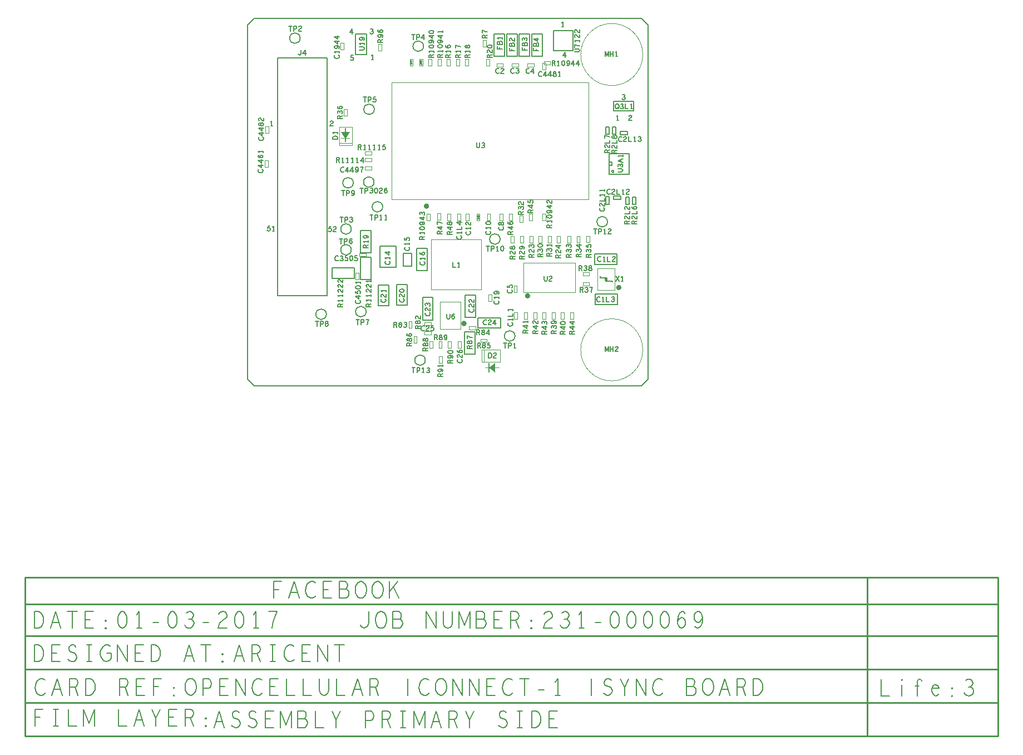
<source format=gbr>
G04 ================== begin FILE IDENTIFICATION RECORD ==================*
G04 Layout Name:  Fb_Connect1_SYNC_Life-3.brd*
G04 Film Name:    ASSTOP.gbr*
G04 File Format:  Gerber RS274X*
G04 File Origin:  Cadence Allegro 16.6-2015-S065*
G04 Origin Date:  Tue Jan 03 17:02:02 2017*
G04 *
G04 Layer:  REF DES/ASSEMBLY_TOP*
G04 Layer:  PACKAGE GEOMETRY/ASSEMBLY_TOP*
G04 Layer:  DRAWING FORMAT/ASPR*
G04 Layer:  DRAWING FORMAT/FILM_LABEL_OUTLINE*
G04 Layer:  COMPONENT VALUE/ASSEMBLY_TOP*
G04 Layer:  BOARD GEOMETRY/OUTLINE*
G04 *
G04 Offset:    (0.000 0.000)*
G04 Mirror:    No*
G04 Mode:      Positive*
G04 Rotation:  0*
G04 FullContactRelief:  No*
G04 UndefLineWidth:     6.000*
G04 ================== end FILE IDENTIFICATION RECORD ====================*
%FSLAX25Y25*MOIN*%
%IR0*IPPOS*OFA0.00000B0.00000*MIA0B0*SFA1.00000B1.00000*%
%ADD10C,.002*%
%ADD11C,.004*%
%ADD12C,.005*%
%ADD13C,.001969*%
%ADD14C,.01*%
%ADD15C,.006*%
%ADD16C,.01575*%
%ADD17C,.015748*%
G75*
%LPD*%
G75*
G36*
G01X59156Y145890D02*
X58656D01*
Y147890D01*
X56156D01*
Y148390D01*
X58656D01*
X56156Y151934D01*
X58656D01*
Y154434D01*
X59156D01*
Y151934D01*
X61656D01*
X59156Y148390D01*
X61656D01*
Y147890D01*
X59156D01*
Y145890D01*
G37*
G36*
G01X142587Y10569D02*
Y11069D01*
X144587D01*
Y13569D01*
X145087D01*
Y11069D01*
X148631Y13569D01*
Y11069D01*
X151131D01*
Y10569D01*
X148631D01*
Y8069D01*
X145087Y10569D01*
Y8069D01*
X144587D01*
Y10569D01*
X142587D01*
G37*
G54D10*
G01X86331Y111600D02*
Y181600D01*
X204331D01*
Y111600D01*
X86331D01*
G54D11*
G01X12352Y131132D02*
Y135068D01*
X10385D01*
Y131132D01*
X12352D01*
G01X12852Y151332D02*
Y155268D01*
X10885D01*
Y151332D01*
X12852D01*
G01X57934Y201266D02*
Y205203D01*
X55966D01*
Y201266D01*
X57934D01*
G01X64866Y67640D02*
Y63704D01*
X66834D01*
Y67640D01*
X64866D01*
G01X71098Y79534D02*
X67162D01*
Y77566D01*
X71098D01*
Y79534D01*
G01X70463Y129366D02*
X74400D01*
Y131334D01*
X70463D01*
Y129366D01*
G01X74360Y136334D02*
X70424D01*
Y134366D01*
X74360D01*
Y136334D01*
G01X70463Y138366D02*
X74400D01*
Y140334D01*
X70463D01*
Y138366D01*
G01X57985Y165630D02*
Y161694D01*
X59952D01*
Y165630D01*
X57985D01*
G01X78516Y204668D02*
Y200732D01*
X80484D01*
Y204668D01*
X78516D01*
G01X110145Y32674D02*
X106209D01*
Y30706D01*
X110145D01*
Y32674D01*
G01X101661Y25722D02*
Y29658D01*
X99693D01*
Y25722D01*
X101661D01*
G01X110145Y38174D02*
X106209D01*
Y36206D01*
X110145D01*
Y38174D01*
G01X98661Y34722D02*
Y38658D01*
X96693D01*
Y34722D01*
X98661D01*
G01X109402Y99124D02*
Y103061D01*
X107435D01*
Y99124D01*
X109402D01*
G01X103047Y195550D02*
Y191613D01*
X105015D01*
Y195550D01*
X103047D01*
G01X97347D02*
Y191613D01*
X99315D01*
Y195550D01*
X97347D01*
G01X114695Y17676D02*
Y13740D01*
X116663D01*
Y17676D01*
X114695D01*
G01X109193Y26658D02*
Y22722D01*
X111161D01*
Y26658D01*
X109193D01*
G01X122161Y22722D02*
Y26658D01*
X120193D01*
Y22722D01*
X122161D01*
G01X116661D02*
Y26658D01*
X114693D01*
Y22722D01*
X116661D01*
G01X121815Y99124D02*
Y103061D01*
X119847D01*
Y99124D01*
X121815D01*
G01X115815Y99293D02*
Y103229D01*
X113847D01*
Y99293D01*
X115815D01*
G01X108535Y195550D02*
Y191613D01*
X110502D01*
Y195550D01*
X108535D01*
G01X114035D02*
Y191613D01*
X116002D01*
Y195550D01*
X114035D01*
G01X127115Y191613D02*
Y195550D01*
X125147D01*
Y191613D01*
X127115D01*
G01X121615D02*
Y195550D01*
X119647D01*
Y191613D01*
X121615D01*
G01X126193Y26658D02*
Y22722D01*
X128161D01*
Y26658D01*
X126193D01*
G01X143645Y28174D02*
X139709D01*
Y26206D01*
X143645D01*
Y28174D01*
G01X132909Y33706D02*
X136845D01*
Y35674D01*
X132909D01*
Y33706D01*
G01X125885Y103061D02*
Y99124D01*
X127852D01*
Y103061D01*
X125885D01*
G01X130985D02*
Y99124D01*
X132952D01*
Y103061D01*
X130985D01*
G01X139315Y99124D02*
Y103061D01*
X137347D01*
Y99124D01*
X139315D01*
G01X132615Y191613D02*
Y195550D01*
X130647D01*
Y191613D01*
X132615D01*
G01X143015Y203132D02*
Y207068D01*
X141047D01*
Y203132D01*
X143015D01*
G01X146499Y50792D02*
Y54728D01*
X144531D01*
Y50792D01*
X146499D01*
G01X157947Y89668D02*
Y85732D01*
X159915D01*
Y89668D01*
X157947D01*
G01X151147Y103061D02*
Y99124D01*
X153115D01*
Y103061D01*
X151147D01*
G01X143685D02*
Y99124D01*
X145652D01*
Y103061D01*
X143685D01*
G01X156847D02*
Y99124D01*
X158815D01*
Y103061D01*
X156847D01*
G01X158400Y191116D02*
X162336D01*
Y193084D01*
X158400D01*
Y191116D01*
G01X153299Y193084D02*
X149363D01*
Y191116D01*
X153299D01*
Y193084D01*
G01X143147Y195550D02*
Y191613D01*
X145115D01*
Y195550D01*
X143147D01*
G01X159985Y43968D02*
Y40032D01*
X161952D01*
Y43968D01*
X159985D01*
G01X173452Y40032D02*
Y43968D01*
X171485D01*
Y40032D01*
X173452D01*
G01X167952D02*
Y43968D01*
X165985D01*
Y40032D01*
X167952D01*
G01X161652Y56132D02*
Y60068D01*
X159685D01*
Y56132D01*
X161652D01*
G01X171015Y85732D02*
Y89668D01*
X169047D01*
Y85732D01*
X171015D01*
G01X165015Y97938D02*
Y101874D01*
X163047D01*
Y97938D01*
X165015D01*
G01X163447Y89668D02*
Y85732D01*
X165415D01*
Y89668D01*
X163447D01*
G01X174547D02*
Y85732D01*
X176515D01*
Y89668D01*
X174547D01*
G01X170815Y99124D02*
Y103061D01*
X168847D01*
Y99124D01*
X170815D01*
G01X167831Y191116D02*
X171767D01*
Y193084D01*
X167831D01*
Y191116D01*
G01X189952Y40032D02*
Y43968D01*
X187985D01*
Y40032D01*
X189952D01*
G01X182485Y43968D02*
Y40032D01*
X184452D01*
Y43968D01*
X182485D01*
G01X178952Y40032D02*
Y43968D01*
X176985D01*
Y40032D01*
X178952D01*
G01X185547Y89668D02*
Y85732D01*
X187515D01*
Y89668D01*
X185547D01*
G01X180047D02*
Y85732D01*
X182015D01*
Y89668D01*
X180047D01*
G01X193715Y85732D02*
Y89668D01*
X191747D01*
Y85732D01*
X193715D01*
G01X178902Y99124D02*
Y103061D01*
X176935D01*
Y99124D01*
X178902D01*
G01X178815Y189532D02*
Y193468D01*
X176847D01*
Y189532D01*
X178815D01*
G01X181599Y194284D02*
X177663D01*
Y192316D01*
X181599D01*
Y194284D01*
G01X195452Y40032D02*
Y43968D01*
X193485D01*
Y40032D01*
X195452D01*
G01X204937Y61984D02*
X201000D01*
Y60016D01*
X204937D01*
Y61984D01*
G01X201000Y66016D02*
X204937D01*
Y67984D01*
X201000D01*
Y66016D01*
G01X199315Y85732D02*
Y89668D01*
X197347D01*
Y85732D01*
X199315D01*
G01X205264Y85894D02*
Y89830D01*
X203296D01*
Y85894D01*
X205264D01*
G54D12*
G01X6650Y129617D02*
X6500Y129367D01*
X6400Y129075D01*
Y128742D01*
X6550Y128367D01*
X6800Y128075D01*
X7100Y127867D01*
X7600Y127700D01*
X8050Y127658D01*
X8500Y127742D01*
X8800Y127867D01*
X9100Y128117D01*
X9300Y128408D01*
X9400Y128700D01*
Y128992D01*
X9300Y129283D01*
X9150Y129533D01*
X8950Y129742D01*
G01X9400Y132100D02*
X6400D01*
X8550Y130558D01*
Y132642D01*
G01X9400Y135000D02*
X6400D01*
X8550Y133458D01*
Y135542D01*
G01X8150Y136608D02*
X7800Y136900D01*
X7600Y137150D01*
X7500Y137483D01*
X7600Y137775D01*
X7800Y137983D01*
X8100Y138150D01*
X8450Y138192D01*
X8750Y138150D01*
X9050Y137983D01*
X9300Y137733D01*
X9400Y137442D01*
X9300Y137108D01*
X9000Y136817D01*
X8550Y136650D01*
X8050Y136608D01*
X7400Y136692D01*
X7050Y136817D01*
X6700Y137025D01*
X6450Y137317D01*
X6400Y137608D01*
X6500Y137900D01*
X6750Y138108D01*
G01X9400Y140300D02*
X6400D01*
X7000Y139800D01*
G01X9400D02*
Y140800D01*
G01X6950Y148917D02*
X6800Y148667D01*
X6700Y148375D01*
Y148042D01*
X6850Y147667D01*
X7100Y147375D01*
X7400Y147167D01*
X7900Y147000D01*
X8350Y146958D01*
X8800Y147042D01*
X9100Y147167D01*
X9400Y147417D01*
X9600Y147708D01*
X9700Y148000D01*
Y148292D01*
X9600Y148583D01*
X9450Y148833D01*
X9250Y149042D01*
G01X9700Y151400D02*
X6700D01*
X8850Y149858D01*
Y151942D01*
G01X9700Y154300D02*
X6700D01*
X8850Y152758D01*
Y154842D01*
G01X9700Y156700D02*
X9650Y156992D01*
X9500Y157325D01*
X9250Y157533D01*
X8900Y157617D01*
X8550Y157533D01*
X8250Y157283D01*
X8100Y156908D01*
Y156492D01*
X8000Y156242D01*
X7750Y156033D01*
X7400Y155950D01*
X7050Y156075D01*
X6800Y156367D01*
X6700Y156700D01*
X6800Y157033D01*
X7050Y157325D01*
X7400Y157450D01*
X7750Y157367D01*
X8000Y157158D01*
X8100Y156908D01*
Y156492D01*
X8250Y156117D01*
X8550Y155867D01*
X8900Y155783D01*
X9250Y155867D01*
X9500Y156075D01*
X9650Y156408D01*
X9700Y156700D01*
G01X7200Y158808D02*
X6900Y159058D01*
X6750Y159350D01*
X6700Y159683D01*
X6800Y160100D01*
X7050Y160392D01*
X7350Y160475D01*
X7650Y160433D01*
X7900Y160267D01*
X8400Y159433D01*
X8750Y159058D01*
X9250Y158808D01*
X9700Y158725D01*
Y160475D01*
G01X11933Y93250D02*
X12183Y93000D01*
X12475Y92850D01*
X12850Y92800D01*
X13225Y92900D01*
X13517Y93100D01*
X13725Y93450D01*
X13767Y93850D01*
X13683Y94250D01*
X13475Y94500D01*
X13183Y94700D01*
X12892Y94750D01*
X12600Y94700D01*
X12225Y94500D01*
X12350Y95800D01*
X13475D01*
G01X15750Y92800D02*
Y95800D01*
X15250Y95200D01*
G01Y92800D02*
X16250D01*
G01X14600Y155600D02*
Y158600D01*
X14100Y158000D01*
G01Y155600D02*
X15100D01*
G01X41800Y38800D02*
Y35800D01*
G01X40842Y38800D02*
X42758D01*
G01X43867Y35800D02*
Y38800D01*
X44867D01*
X45200Y38650D01*
X45450Y38300D01*
X45533Y37900D01*
X45450Y37500D01*
X45242Y37200D01*
X44867Y37050D01*
X43867D01*
G01X47600Y35800D02*
X47892Y35850D01*
X48225Y36000D01*
X48433Y36250D01*
X48517Y36600D01*
X48433Y36950D01*
X48183Y37250D01*
X47808Y37400D01*
X47392D01*
X47142Y37500D01*
X46933Y37750D01*
X46850Y38100D01*
X46975Y38450D01*
X47267Y38700D01*
X47600Y38800D01*
X47933Y38700D01*
X48225Y38450D01*
X48350Y38100D01*
X48267Y37750D01*
X48058Y37500D01*
X47808Y37400D01*
X47392D01*
X47017Y37250D01*
X46767Y36950D01*
X46683Y36600D01*
X46767Y36250D01*
X46975Y36000D01*
X47308Y35850D01*
X47600Y35800D01*
G01X30617Y198800D02*
X30825Y198500D01*
X31075Y198300D01*
X31367Y198200D01*
X31700Y198300D01*
X31950Y198500D01*
X32200Y198800D01*
X32283Y199200D01*
Y201200D01*
G01X34850Y198200D02*
Y201200D01*
X33308Y199050D01*
X35392D01*
G01X25900Y215500D02*
Y212500D01*
G01X24942Y215500D02*
X26858D01*
G01X27967Y212500D02*
Y215500D01*
X28967D01*
X29300Y215350D01*
X29550Y215000D01*
X29633Y214600D01*
X29550Y214200D01*
X29342Y213900D01*
X28967Y213750D01*
X27967D01*
G01X30908Y215000D02*
X31158Y215300D01*
X31450Y215450D01*
X31783Y215500D01*
X32200Y215400D01*
X32492Y215150D01*
X32575Y214850D01*
X32533Y214550D01*
X32367Y214300D01*
X31533Y213800D01*
X31158Y213450D01*
X30908Y212950D01*
X30825Y212500D01*
X32575D01*
G01X57300Y47417D02*
X54300D01*
Y48458D01*
X54450Y48792D01*
X54650Y49000D01*
X55050Y49083D01*
X55450Y49000D01*
X55700Y48750D01*
X55850Y48458D01*
Y47417D01*
G01Y48458D02*
X57300Y49083D01*
G01Y51150D02*
X54300D01*
X54900Y50650D01*
G01X57300D02*
Y51650D01*
G01Y54050D02*
X54300D01*
X54900Y53550D01*
G01X57300D02*
Y54550D01*
G01X54800Y56158D02*
X54500Y56408D01*
X54350Y56700D01*
X54300Y57033D01*
X54400Y57450D01*
X54650Y57742D01*
X54950Y57825D01*
X55250Y57783D01*
X55500Y57617D01*
X56000Y56783D01*
X56350Y56408D01*
X56850Y56158D01*
X57300Y56075D01*
Y57825D01*
G01X54800Y59058D02*
X54500Y59308D01*
X54350Y59600D01*
X54300Y59933D01*
X54400Y60350D01*
X54650Y60642D01*
X54950Y60725D01*
X55250Y60683D01*
X55500Y60517D01*
X56000Y59683D01*
X56350Y59308D01*
X56850Y59058D01*
X57300Y58975D01*
Y60725D01*
G01X54800Y61958D02*
X54500Y62208D01*
X54350Y62500D01*
X54300Y62833D01*
X54400Y63250D01*
X54650Y63542D01*
X54950Y63625D01*
X55250Y63583D01*
X55500Y63417D01*
X56000Y62583D01*
X56350Y62208D01*
X56850Y61958D01*
X57300Y61875D01*
Y63625D01*
G01X54467Y77650D02*
X54217Y77800D01*
X53925Y77900D01*
X53592D01*
X53217Y77750D01*
X52925Y77500D01*
X52717Y77200D01*
X52550Y76700D01*
X52508Y76250D01*
X52592Y75800D01*
X52717Y75500D01*
X52967Y75200D01*
X53258Y75000D01*
X53550Y74900D01*
X53842D01*
X54133Y75000D01*
X54383Y75150D01*
X54592Y75350D01*
G01X55533Y75500D02*
X55783Y75150D01*
X56117Y74950D01*
X56492Y74900D01*
X56825Y74950D01*
X57158Y75200D01*
X57367Y75500D01*
X57408Y75800D01*
X57325Y76150D01*
X57033Y76400D01*
X56742Y76500D01*
X56367D01*
G01X56742D02*
X56992Y76650D01*
X57200Y76900D01*
X57283Y77200D01*
X57200Y77500D01*
X56992Y77750D01*
X56617Y77900D01*
X56242Y77850D01*
X55867Y77650D01*
G01X58433Y75350D02*
X58683Y75100D01*
X58975Y74950D01*
X59350Y74900D01*
X59725Y75000D01*
X60017Y75200D01*
X60225Y75550D01*
X60267Y75950D01*
X60183Y76350D01*
X59975Y76600D01*
X59683Y76800D01*
X59392Y76850D01*
X59100Y76800D01*
X58725Y76600D01*
X58850Y77900D01*
X59975D01*
G01X62250D02*
X61917Y77800D01*
X61667Y77550D01*
X61500Y77250D01*
X61375Y76850D01*
X61333Y76400D01*
X61375Y75950D01*
X61500Y75550D01*
X61667Y75250D01*
X61917Y75000D01*
X62250Y74900D01*
X62583Y75000D01*
X62833Y75250D01*
X63000Y75550D01*
X63125Y75950D01*
X63167Y76400D01*
X63125Y76850D01*
X63000Y77250D01*
X62833Y77550D01*
X62583Y77800D01*
X62250Y77900D01*
G01X64233Y75350D02*
X64483Y75100D01*
X64775Y74950D01*
X65150Y74900D01*
X65525Y75000D01*
X65817Y75200D01*
X66025Y75550D01*
X66067Y75950D01*
X65983Y76350D01*
X65775Y76600D01*
X65483Y76800D01*
X65192Y76850D01*
X64900Y76800D01*
X64525Y76600D01*
X64650Y77900D01*
X65775D01*
G01X48633Y92850D02*
X48883Y92600D01*
X49175Y92450D01*
X49550Y92400D01*
X49925Y92500D01*
X50217Y92700D01*
X50425Y93050D01*
X50467Y93450D01*
X50383Y93850D01*
X50175Y94100D01*
X49883Y94300D01*
X49592Y94350D01*
X49300Y94300D01*
X48925Y94100D01*
X49050Y95400D01*
X50175D01*
G01X51658Y94900D02*
X51908Y95200D01*
X52200Y95350D01*
X52533Y95400D01*
X52950Y95300D01*
X53242Y95050D01*
X53325Y94750D01*
X53283Y94450D01*
X53117Y94200D01*
X52283Y93700D01*
X51908Y93350D01*
X51658Y92850D01*
X51575Y92400D01*
X53325D01*
G01X56200Y88200D02*
Y85200D01*
G01X55242Y88200D02*
X57158D01*
G01X58267Y85200D02*
Y88200D01*
X59267D01*
X59600Y88050D01*
X59850Y87700D01*
X59933Y87300D01*
X59850Y86900D01*
X59642Y86600D01*
X59267Y86450D01*
X58267D01*
G01X61208D02*
X61500Y86800D01*
X61750Y87000D01*
X62083Y87100D01*
X62375Y87000D01*
X62583Y86800D01*
X62750Y86500D01*
X62792Y86150D01*
X62750Y85850D01*
X62583Y85550D01*
X62333Y85300D01*
X62042Y85200D01*
X61708Y85300D01*
X61417Y85600D01*
X61250Y86050D01*
X61208Y86550D01*
X61292Y87200D01*
X61417Y87550D01*
X61625Y87900D01*
X61917Y88150D01*
X62208Y88200D01*
X62500Y88100D01*
X62708Y87850D01*
G01X56400Y101100D02*
Y98100D01*
G01X55442Y101100D02*
X57358D01*
G01X58467Y98100D02*
Y101100D01*
X59467D01*
X59800Y100950D01*
X60050Y100600D01*
X60133Y100200D01*
X60050Y99800D01*
X59842Y99500D01*
X59467Y99350D01*
X58467D01*
G01X61283Y98700D02*
X61533Y98350D01*
X61867Y98150D01*
X62242Y98100D01*
X62575Y98150D01*
X62908Y98400D01*
X63117Y98700D01*
X63158Y99000D01*
X63075Y99350D01*
X62783Y99600D01*
X62492Y99700D01*
X62117D01*
G01X62492D02*
X62742Y99850D01*
X62950Y100100D01*
X63033Y100400D01*
X62950Y100700D01*
X62742Y100950D01*
X62367Y101100D01*
X61992Y101050D01*
X61617Y100850D01*
G01X57500Y117000D02*
Y114000D01*
G01X56542Y117000D02*
X58458D01*
G01X59567Y114000D02*
Y117000D01*
X60567D01*
X60900Y116850D01*
X61150Y116500D01*
X61233Y116100D01*
X61150Y115700D01*
X60942Y115400D01*
X60567Y115250D01*
X59567D01*
G01X62592Y114350D02*
X62883Y114100D01*
X63217Y114000D01*
X63550Y114100D01*
X63842Y114400D01*
X64050Y114850D01*
X64133Y115300D01*
Y115850D01*
X64050Y116300D01*
X63842Y116700D01*
X63592Y116900D01*
X63300Y117000D01*
X62967Y116900D01*
X62717Y116700D01*
X62550Y116400D01*
X62467Y116000D01*
X62550Y115650D01*
X62758Y115300D01*
X63008Y115100D01*
X63300Y115050D01*
X63633Y115150D01*
X63883Y115400D01*
X64133Y115850D01*
G01X57817Y130750D02*
X57567Y130900D01*
X57275Y131000D01*
X56942D01*
X56567Y130850D01*
X56275Y130600D01*
X56067Y130300D01*
X55900Y129800D01*
X55858Y129350D01*
X55942Y128900D01*
X56067Y128600D01*
X56317Y128300D01*
X56608Y128100D01*
X56900Y128000D01*
X57192D01*
X57483Y128100D01*
X57733Y128250D01*
X57942Y128450D01*
G01X60300Y128000D02*
Y131000D01*
X58758Y128850D01*
X60842D01*
G01X63200Y128000D02*
Y131000D01*
X61658Y128850D01*
X63742D01*
G01X64892Y128350D02*
X65183Y128100D01*
X65517Y128000D01*
X65850Y128100D01*
X66142Y128400D01*
X66350Y128850D01*
X66433Y129300D01*
Y129850D01*
X66350Y130300D01*
X66142Y130700D01*
X65892Y130900D01*
X65600Y131000D01*
X65267Y130900D01*
X65017Y130700D01*
X64850Y130400D01*
X64767Y130000D01*
X64850Y129650D01*
X65058Y129300D01*
X65308Y129100D01*
X65600Y129050D01*
X65933Y129150D01*
X66183Y129400D01*
X66433Y129850D01*
G01X68417Y128000D02*
X68500Y128650D01*
X68625Y129200D01*
X68792Y129700D01*
X69000Y130250D01*
X69333Y131000D01*
X67667D01*
G01X54200Y147733D02*
X51200D01*
Y148567D01*
X51350Y148900D01*
X51550Y149150D01*
X51850Y149358D01*
X52200Y149525D01*
X52700Y149567D01*
X53200Y149525D01*
X53550Y149358D01*
X53850Y149150D01*
X54050Y148900D01*
X54200Y148567D01*
Y147733D01*
G01Y151550D02*
X51200D01*
X51800Y151050D01*
G01X54200D02*
Y152050D01*
G01X53517Y133800D02*
Y136800D01*
X54558D01*
X54892Y136650D01*
X55100Y136450D01*
X55183Y136050D01*
X55100Y135650D01*
X54850Y135400D01*
X54558Y135250D01*
X53517D01*
G01X54558D02*
X55183Y133800D01*
G01X57250D02*
Y136800D01*
X56750Y136200D01*
G01Y133800D02*
X57750D01*
G01X60150D02*
Y136800D01*
X59650Y136200D01*
G01Y133800D02*
X60650D01*
G01X63050D02*
Y136800D01*
X62550Y136200D01*
G01Y133800D02*
X63550D01*
G01X65950D02*
Y136800D01*
X65450Y136200D01*
G01Y133800D02*
X66450D01*
G01X69350D02*
Y136800D01*
X67808Y134650D01*
X69892D01*
G01X49708Y158100D02*
X49958Y158400D01*
X50250Y158550D01*
X50583Y158600D01*
X51000Y158500D01*
X51292Y158250D01*
X51375Y157950D01*
X51333Y157650D01*
X51167Y157400D01*
X50333Y156900D01*
X49958Y156550D01*
X49708Y156050D01*
X49625Y155600D01*
X51375D01*
G01X57000Y160067D02*
X54000D01*
Y161108D01*
X54150Y161442D01*
X54350Y161650D01*
X54750Y161733D01*
X55150Y161650D01*
X55400Y161400D01*
X55550Y161108D01*
Y160067D01*
G01Y161108D02*
X57000Y161733D01*
G01X56400Y162883D02*
X56750Y163133D01*
X56950Y163467D01*
X57000Y163842D01*
X56950Y164175D01*
X56700Y164508D01*
X56400Y164717D01*
X56100Y164758D01*
X55750Y164675D01*
X55500Y164383D01*
X55400Y164092D01*
Y163717D01*
G01Y164092D02*
X55250Y164342D01*
X55000Y164550D01*
X54700Y164633D01*
X54400Y164550D01*
X54150Y164342D01*
X54000Y163967D01*
X54050Y163592D01*
X54250Y163217D01*
G01X55750Y165908D02*
X55400Y166200D01*
X55200Y166450D01*
X55100Y166783D01*
X55200Y167075D01*
X55400Y167283D01*
X55700Y167450D01*
X56050Y167492D01*
X56350Y167450D01*
X56650Y167283D01*
X56900Y167033D01*
X57000Y166742D01*
X56900Y166408D01*
X56600Y166117D01*
X56150Y165950D01*
X55650Y165908D01*
X55000Y165992D01*
X54650Y166117D01*
X54300Y166325D01*
X54050Y166617D01*
X54000Y166908D01*
X54100Y167200D01*
X54350Y167408D01*
G01X52350Y198017D02*
X52200Y197767D01*
X52100Y197475D01*
Y197142D01*
X52250Y196767D01*
X52500Y196475D01*
X52800Y196267D01*
X53300Y196100D01*
X53750Y196058D01*
X54200Y196142D01*
X54500Y196267D01*
X54800Y196517D01*
X55000Y196808D01*
X55100Y197100D01*
Y197392D01*
X55000Y197683D01*
X54850Y197933D01*
X54650Y198142D01*
G01X55100Y200000D02*
X52100D01*
X52700Y199500D01*
G01X55100D02*
Y200500D01*
G01X54750Y202192D02*
X55000Y202483D01*
X55100Y202817D01*
X55000Y203150D01*
X54700Y203442D01*
X54250Y203650D01*
X53800Y203733D01*
X53250D01*
X52800Y203650D01*
X52400Y203442D01*
X52200Y203192D01*
X52100Y202900D01*
X52200Y202567D01*
X52400Y202317D01*
X52700Y202150D01*
X53100Y202067D01*
X53450Y202150D01*
X53800Y202358D01*
X54000Y202608D01*
X54050Y202900D01*
X53950Y203233D01*
X53700Y203483D01*
X53250Y203733D01*
G01X55100Y206300D02*
X52100D01*
X54250Y204758D01*
Y206842D01*
G01X55100Y209200D02*
X52100D01*
X54250Y207658D01*
Y209742D01*
G01X66200Y39800D02*
Y36800D01*
G01X65242Y39800D02*
X67158D01*
G01X68267Y36800D02*
Y39800D01*
X69267D01*
X69600Y39650D01*
X69850Y39300D01*
X69933Y38900D01*
X69850Y38500D01*
X69642Y38200D01*
X69267Y38050D01*
X68267D01*
G01X71917Y36800D02*
X72000Y37450D01*
X72125Y38000D01*
X72292Y38500D01*
X72500Y39050D01*
X72833Y39800D01*
X71167D01*
G01X74300Y47517D02*
X71300D01*
Y48558D01*
X71450Y48892D01*
X71650Y49100D01*
X72050Y49183D01*
X72450Y49100D01*
X72700Y48850D01*
X72850Y48558D01*
Y47517D01*
G01Y48558D02*
X74300Y49183D01*
G01Y51250D02*
X71300D01*
X71900Y50750D01*
G01X74300D02*
Y51750D01*
G01Y54150D02*
X71300D01*
X71900Y53650D01*
G01X74300D02*
Y54650D01*
G01X71800Y56258D02*
X71500Y56508D01*
X71350Y56800D01*
X71300Y57133D01*
X71400Y57550D01*
X71650Y57842D01*
X71950Y57925D01*
X72250Y57883D01*
X72500Y57717D01*
X73000Y56883D01*
X73350Y56508D01*
X73850Y56258D01*
X74300Y56175D01*
Y57925D01*
G01X71800Y59158D02*
X71500Y59408D01*
X71350Y59700D01*
X71300Y60033D01*
X71400Y60450D01*
X71650Y60742D01*
X71950Y60825D01*
X72250Y60783D01*
X72500Y60617D01*
X73000Y59783D01*
X73350Y59408D01*
X73850Y59158D01*
X74300Y59075D01*
Y60825D01*
G01Y62850D02*
X71300D01*
X71900Y62350D01*
G01X74300D02*
Y63350D01*
G01X65050Y51247D02*
X64900Y50996D01*
X64800Y50705D01*
Y50372D01*
X64950Y49996D01*
X65200Y49705D01*
X65500Y49497D01*
X66000Y49330D01*
X66450Y49288D01*
X66900Y49372D01*
X67200Y49497D01*
X67500Y49747D01*
X67700Y50038D01*
X67800Y50330D01*
Y50622D01*
X67700Y50913D01*
X67550Y51163D01*
X67350Y51372D01*
G01X67800Y53730D02*
X64800D01*
X66950Y52188D01*
Y54272D01*
G01X67350Y55213D02*
X67600Y55463D01*
X67750Y55755D01*
X67800Y56130D01*
X67700Y56505D01*
X67500Y56797D01*
X67150Y57005D01*
X66750Y57047D01*
X66350Y56963D01*
X66100Y56755D01*
X65900Y56463D01*
X65850Y56172D01*
X65900Y55880D01*
X66100Y55505D01*
X64800Y55630D01*
Y56755D01*
G01Y59030D02*
X64900Y58697D01*
X65150Y58447D01*
X65450Y58280D01*
X65850Y58155D01*
X66300Y58113D01*
X66750Y58155D01*
X67150Y58280D01*
X67450Y58447D01*
X67700Y58697D01*
X67800Y59030D01*
X67700Y59363D01*
X67450Y59613D01*
X67150Y59780D01*
X66750Y59905D01*
X66300Y59947D01*
X65850Y59905D01*
X65450Y59780D01*
X65150Y59613D01*
X64900Y59363D01*
X64800Y59030D01*
G01X67800Y61930D02*
X64800D01*
X65400Y61430D01*
G01X67800D02*
Y62430D01*
G01X74350Y102500D02*
Y99500D01*
G01X73392Y102500D02*
X75308D01*
G01X76417Y99500D02*
Y102500D01*
X77417D01*
X77750Y102350D01*
X78000Y102000D01*
X78083Y101600D01*
X78000Y101200D01*
X77792Y100900D01*
X77417Y100750D01*
X76417D01*
G01X80150Y99500D02*
Y102500D01*
X79650Y101900D01*
G01Y99500D02*
X80650D01*
G01X83050D02*
Y102500D01*
X82550Y101900D01*
G01Y99500D02*
X83550D01*
G01X72500Y82667D02*
X69500D01*
Y83708D01*
X69650Y84042D01*
X69850Y84250D01*
X70250Y84333D01*
X70650Y84250D01*
X70900Y84000D01*
X71050Y83708D01*
Y82667D01*
G01Y83708D02*
X72500Y84333D01*
G01Y86400D02*
X69500D01*
X70100Y85900D01*
G01X72500D02*
Y86900D01*
G01X72150Y88592D02*
X72400Y88883D01*
X72500Y89217D01*
X72400Y89550D01*
X72100Y89842D01*
X71650Y90050D01*
X71200Y90133D01*
X70650D01*
X70200Y90050D01*
X69800Y89842D01*
X69600Y89592D01*
X69500Y89300D01*
X69600Y88967D01*
X69800Y88717D01*
X70100Y88550D01*
X70500Y88467D01*
X70850Y88550D01*
X71200Y88758D01*
X71400Y89008D01*
X71450Y89300D01*
X71350Y89633D01*
X71100Y89883D01*
X70650Y90133D01*
G01X68450Y118500D02*
Y115500D01*
G01X67492Y118500D02*
X69408D01*
G01X70517Y115500D02*
Y118500D01*
X71517D01*
X71850Y118350D01*
X72100Y118000D01*
X72183Y117600D01*
X72100Y117200D01*
X71892Y116900D01*
X71517Y116750D01*
X70517D01*
G01X73333Y116100D02*
X73583Y115750D01*
X73917Y115550D01*
X74292Y115500D01*
X74625Y115550D01*
X74958Y115800D01*
X75167Y116100D01*
X75208Y116400D01*
X75125Y116750D01*
X74833Y117000D01*
X74542Y117100D01*
X74167D01*
G01X74542D02*
X74792Y117250D01*
X75000Y117500D01*
X75083Y117800D01*
X75000Y118100D01*
X74792Y118350D01*
X74417Y118500D01*
X74042Y118450D01*
X73667Y118250D01*
G01X77150Y118500D02*
X76817Y118400D01*
X76567Y118150D01*
X76400Y117850D01*
X76275Y117450D01*
X76233Y117000D01*
X76275Y116550D01*
X76400Y116150D01*
X76567Y115850D01*
X76817Y115600D01*
X77150Y115500D01*
X77483Y115600D01*
X77733Y115850D01*
X77900Y116150D01*
X78025Y116550D01*
X78067Y117000D01*
X78025Y117450D01*
X77900Y117850D01*
X77733Y118150D01*
X77483Y118400D01*
X77150Y118500D01*
G01X79258Y118000D02*
X79508Y118300D01*
X79800Y118450D01*
X80133Y118500D01*
X80550Y118400D01*
X80842Y118150D01*
X80925Y117850D01*
X80883Y117550D01*
X80717Y117300D01*
X79883Y116800D01*
X79508Y116450D01*
X79258Y115950D01*
X79175Y115500D01*
X80925D01*
G01X82158Y116750D02*
X82450Y117100D01*
X82700Y117300D01*
X83033Y117400D01*
X83325Y117300D01*
X83533Y117100D01*
X83700Y116800D01*
X83742Y116450D01*
X83700Y116150D01*
X83533Y115850D01*
X83283Y115600D01*
X82992Y115500D01*
X82658Y115600D01*
X82367Y115900D01*
X82200Y116350D01*
X82158Y116850D01*
X82242Y117500D01*
X82367Y117850D01*
X82575Y118200D01*
X82867Y118450D01*
X83158Y118500D01*
X83450Y118400D01*
X83658Y118150D01*
G01X66617Y141500D02*
Y144500D01*
X67658D01*
X67992Y144350D01*
X68200Y144150D01*
X68283Y143750D01*
X68200Y143350D01*
X67950Y143100D01*
X67658Y142950D01*
X66617D01*
G01X67658D02*
X68283Y141500D01*
G01X70350D02*
Y144500D01*
X69850Y143900D01*
G01Y141500D02*
X70850D01*
G01X73250D02*
Y144500D01*
X72750Y143900D01*
G01Y141500D02*
X73750D01*
G01X76150D02*
Y144500D01*
X75650Y143900D01*
G01Y141500D02*
X76650D01*
G01X79050D02*
Y144500D01*
X78550Y143900D01*
G01Y141500D02*
X79550D01*
G01X81033Y141950D02*
X81283Y141700D01*
X81575Y141550D01*
X81950Y141500D01*
X82325Y141600D01*
X82617Y141800D01*
X82825Y142150D01*
X82867Y142550D01*
X82783Y142950D01*
X82575Y143200D01*
X82283Y143400D01*
X81992Y143450D01*
X81700Y143400D01*
X81325Y143200D01*
X81450Y144500D01*
X82575D01*
G01X70400Y172900D02*
Y169900D01*
G01X69442Y172900D02*
X71358D01*
G01X72467Y169900D02*
Y172900D01*
X73467D01*
X73800Y172750D01*
X74050Y172400D01*
X74133Y172000D01*
X74050Y171600D01*
X73842Y171300D01*
X73467Y171150D01*
X72467D01*
G01X75283Y170350D02*
X75533Y170100D01*
X75825Y169950D01*
X76200Y169900D01*
X76575Y170000D01*
X76867Y170200D01*
X77075Y170550D01*
X77117Y170950D01*
X77033Y171350D01*
X76825Y171600D01*
X76533Y171800D01*
X76242Y171850D01*
X75950Y171800D01*
X75575Y171600D01*
X75700Y172900D01*
X76825D01*
G01X61833Y195350D02*
X62083Y195100D01*
X62375Y194950D01*
X62750Y194900D01*
X63125Y195000D01*
X63417Y195200D01*
X63625Y195550D01*
X63667Y195950D01*
X63583Y196350D01*
X63375Y196600D01*
X63083Y196800D01*
X62792Y196850D01*
X62500Y196800D01*
X62125Y196600D01*
X62250Y197900D01*
X63375D01*
G01X75150Y195300D02*
Y198300D01*
X74650Y197700D01*
G01Y195300D02*
X75650D01*
G01X62950Y210700D02*
Y213700D01*
X61408Y211550D01*
X63492D01*
G01X73633Y211400D02*
X73883Y211050D01*
X74217Y210850D01*
X74592Y210800D01*
X74925Y210850D01*
X75258Y211100D01*
X75467Y211400D01*
X75508Y211700D01*
X75425Y212050D01*
X75133Y212300D01*
X74842Y212400D01*
X74467D01*
G01X74842D02*
X75092Y212550D01*
X75300Y212800D01*
X75383Y213100D01*
X75300Y213400D01*
X75092Y213650D01*
X74717Y213800D01*
X74342Y213750D01*
X73967Y213550D01*
G01X67100Y201083D02*
X69250D01*
X69700Y201250D01*
X70000Y201583D01*
X70100Y202000D01*
X70000Y202417D01*
X69700Y202750D01*
X69250Y202917D01*
X67100D01*
G01X70100Y204900D02*
X67100D01*
X67700Y204400D01*
G01X70100D02*
Y205400D01*
G01X69750Y207092D02*
X70000Y207383D01*
X70100Y207717D01*
X70000Y208050D01*
X69700Y208342D01*
X69250Y208550D01*
X68800Y208633D01*
X68250D01*
X67800Y208550D01*
X67400Y208342D01*
X67200Y208092D01*
X67100Y207800D01*
X67200Y207467D01*
X67400Y207217D01*
X67700Y207050D01*
X68100Y206967D01*
X68450Y207050D01*
X68800Y207258D01*
X69000Y207508D01*
X69050Y207800D01*
X68950Y208133D01*
X68700Y208383D01*
X68250Y208633D01*
G01X87967Y35100D02*
Y38100D01*
X89008D01*
X89342Y37950D01*
X89550Y37750D01*
X89633Y37350D01*
X89550Y36950D01*
X89300Y36700D01*
X89008Y36550D01*
X87967D01*
G01X89008D02*
X89633Y35100D01*
G01X91700D02*
X91992Y35150D01*
X92325Y35300D01*
X92533Y35550D01*
X92617Y35900D01*
X92533Y36250D01*
X92283Y36550D01*
X91908Y36700D01*
X91492D01*
X91242Y36800D01*
X91033Y37050D01*
X90950Y37400D01*
X91075Y37750D01*
X91367Y38000D01*
X91700Y38100D01*
X92033Y38000D01*
X92325Y37750D01*
X92450Y37400D01*
X92367Y37050D01*
X92158Y36800D01*
X91908Y36700D01*
X91492D01*
X91117Y36550D01*
X90867Y36250D01*
X90783Y35900D01*
X90867Y35550D01*
X91075Y35300D01*
X91408Y35150D01*
X91700Y35100D01*
G01X93683Y35700D02*
X93933Y35350D01*
X94267Y35150D01*
X94642Y35100D01*
X94975Y35150D01*
X95308Y35400D01*
X95517Y35700D01*
X95558Y36000D01*
X95475Y36350D01*
X95183Y36600D01*
X94892Y36700D01*
X94517D01*
G01X94892D02*
X95142Y36850D01*
X95350Y37100D01*
X95433Y37400D01*
X95350Y37700D01*
X95142Y37950D01*
X94767Y38100D01*
X94392Y38050D01*
X94017Y37850D01*
G01X80327Y52057D02*
X80177Y51806D01*
X80077Y51515D01*
Y51182D01*
X80227Y50806D01*
X80477Y50515D01*
X80777Y50306D01*
X81277Y50140D01*
X81727Y50098D01*
X82177Y50182D01*
X82477Y50306D01*
X82777Y50557D01*
X82977Y50848D01*
X83077Y51140D01*
Y51431D01*
X82977Y51723D01*
X82827Y51973D01*
X82627Y52182D01*
G01X80577Y53248D02*
X80277Y53498D01*
X80127Y53790D01*
X80077Y54123D01*
X80177Y54540D01*
X80427Y54832D01*
X80727Y54915D01*
X81027Y54873D01*
X81277Y54706D01*
X81777Y53873D01*
X82127Y53498D01*
X82627Y53248D01*
X83077Y53165D01*
Y54915D01*
G01Y56940D02*
X80077D01*
X80677Y56440D01*
G01X83077D02*
Y57440D01*
G01X91327Y52157D02*
X91177Y51906D01*
X91077Y51615D01*
Y51282D01*
X91227Y50906D01*
X91477Y50615D01*
X91777Y50406D01*
X92277Y50240D01*
X92727Y50198D01*
X93177Y50282D01*
X93477Y50406D01*
X93777Y50657D01*
X93977Y50948D01*
X94077Y51240D01*
Y51531D01*
X93977Y51823D01*
X93827Y52073D01*
X93627Y52282D01*
G01X91577Y53348D02*
X91277Y53598D01*
X91127Y53890D01*
X91077Y54223D01*
X91177Y54640D01*
X91427Y54932D01*
X91727Y55015D01*
X92027Y54973D01*
X92277Y54806D01*
X92777Y53973D01*
X93127Y53598D01*
X93627Y53348D01*
X94077Y53265D01*
Y55015D01*
G01X91077Y57040D02*
X91177Y56706D01*
X91427Y56457D01*
X91727Y56290D01*
X92127Y56165D01*
X92577Y56123D01*
X93027Y56165D01*
X93427Y56290D01*
X93727Y56457D01*
X93977Y56706D01*
X94077Y57040D01*
X93977Y57373D01*
X93727Y57623D01*
X93427Y57790D01*
X93027Y57915D01*
X92577Y57957D01*
X92127Y57915D01*
X91727Y57790D01*
X91427Y57623D01*
X91177Y57373D01*
X91077Y57040D01*
G01X82827Y74656D02*
X82677Y74406D01*
X82577Y74115D01*
Y73782D01*
X82727Y73406D01*
X82977Y73115D01*
X83277Y72907D01*
X83777Y72740D01*
X84227Y72698D01*
X84677Y72782D01*
X84977Y72907D01*
X85277Y73156D01*
X85477Y73448D01*
X85577Y73740D01*
Y74031D01*
X85477Y74323D01*
X85327Y74573D01*
X85127Y74782D01*
G01X85577Y76640D02*
X82577D01*
X83177Y76140D01*
G01X85577D02*
Y77140D01*
G01Y80040D02*
X82577D01*
X84727Y78498D01*
Y80582D01*
G01X81200Y205817D02*
X78200D01*
Y206858D01*
X78350Y207192D01*
X78550Y207400D01*
X78950Y207483D01*
X79350Y207400D01*
X79600Y207150D01*
X79750Y206858D01*
Y205817D01*
G01Y206858D02*
X81200Y207483D01*
G01X80850Y208842D02*
X81100Y209133D01*
X81200Y209467D01*
X81100Y209800D01*
X80800Y210092D01*
X80350Y210300D01*
X79900Y210383D01*
X79350D01*
X78900Y210300D01*
X78500Y210092D01*
X78300Y209842D01*
X78200Y209550D01*
X78300Y209217D01*
X78500Y208967D01*
X78800Y208800D01*
X79200Y208717D01*
X79550Y208800D01*
X79900Y209008D01*
X80100Y209258D01*
X80150Y209550D01*
X80050Y209883D01*
X79800Y210133D01*
X79350Y210383D01*
G01X79950Y211658D02*
X79600Y211950D01*
X79400Y212200D01*
X79300Y212533D01*
X79400Y212825D01*
X79600Y213033D01*
X79900Y213200D01*
X80250Y213242D01*
X80550Y213200D01*
X80850Y213033D01*
X81100Y212783D01*
X81200Y212492D01*
X81100Y212158D01*
X80800Y211867D01*
X80350Y211700D01*
X79850Y211658D01*
X79200Y211742D01*
X78850Y211867D01*
X78500Y212075D01*
X78250Y212367D01*
X78200Y212658D01*
X78300Y212950D01*
X78550Y213158D01*
G01X99650Y10900D02*
Y7900D01*
G01X98692Y10900D02*
X100608D01*
G01X101717Y7900D02*
Y10900D01*
X102717D01*
X103050Y10750D01*
X103300Y10400D01*
X103383Y10000D01*
X103300Y9600D01*
X103092Y9300D01*
X102717Y9150D01*
X101717D01*
G01X105450Y7900D02*
Y10900D01*
X104950Y10300D01*
G01Y7900D02*
X105950D01*
G01X107433Y8500D02*
X107683Y8150D01*
X108017Y7950D01*
X108392Y7900D01*
X108725Y7950D01*
X109058Y8200D01*
X109267Y8500D01*
X109308Y8800D01*
X109225Y9150D01*
X108933Y9400D01*
X108642Y9500D01*
X108267D01*
G01X108642D02*
X108892Y9650D01*
X109100Y9900D01*
X109183Y10200D01*
X109100Y10500D01*
X108892Y10750D01*
X108517Y10900D01*
X108142Y10850D01*
X107767Y10650D01*
G01X108300Y21067D02*
X105300D01*
Y22108D01*
X105450Y22442D01*
X105650Y22650D01*
X106050Y22733D01*
X106450Y22650D01*
X106700Y22400D01*
X106850Y22108D01*
Y21067D01*
G01Y22108D02*
X108300Y22733D01*
G01Y24800D02*
X108250Y25092D01*
X108100Y25425D01*
X107850Y25633D01*
X107500Y25717D01*
X107150Y25633D01*
X106850Y25383D01*
X106700Y25008D01*
Y24592D01*
X106600Y24342D01*
X106350Y24133D01*
X106000Y24050D01*
X105650Y24175D01*
X105400Y24467D01*
X105300Y24800D01*
X105400Y25133D01*
X105650Y25425D01*
X106000Y25550D01*
X106350Y25467D01*
X106600Y25258D01*
X106700Y25008D01*
Y24592D01*
X106850Y24217D01*
X107150Y23967D01*
X107500Y23883D01*
X107850Y23967D01*
X108100Y24175D01*
X108250Y24508D01*
X108300Y24800D01*
G01Y27700D02*
X108250Y27992D01*
X108100Y28325D01*
X107850Y28533D01*
X107500Y28617D01*
X107150Y28533D01*
X106850Y28283D01*
X106700Y27908D01*
Y27492D01*
X106600Y27242D01*
X106350Y27033D01*
X106000Y26950D01*
X105650Y27075D01*
X105400Y27367D01*
X105300Y27700D01*
X105400Y28033D01*
X105650Y28325D01*
X106000Y28450D01*
X106350Y28367D01*
X106600Y28158D01*
X106700Y27908D01*
Y27492D01*
X106850Y27117D01*
X107150Y26867D01*
X107500Y26783D01*
X107850Y26867D01*
X108100Y27075D01*
X108250Y27408D01*
X108300Y27700D01*
G01X98600Y23967D02*
X95600D01*
Y25008D01*
X95750Y25342D01*
X95950Y25550D01*
X96350Y25633D01*
X96750Y25550D01*
X97000Y25300D01*
X97150Y25008D01*
Y23967D01*
G01Y25008D02*
X98600Y25633D01*
G01Y27700D02*
X98550Y27992D01*
X98400Y28325D01*
X98150Y28533D01*
X97800Y28617D01*
X97450Y28533D01*
X97150Y28283D01*
X97000Y27908D01*
Y27492D01*
X96900Y27242D01*
X96650Y27033D01*
X96300Y26950D01*
X95950Y27075D01*
X95700Y27367D01*
X95600Y27700D01*
X95700Y28033D01*
X95950Y28325D01*
X96300Y28450D01*
X96650Y28367D01*
X96900Y28158D01*
X97000Y27908D01*
Y27492D01*
X97150Y27117D01*
X97450Y26867D01*
X97800Y26783D01*
X98150Y26867D01*
X98400Y27075D01*
X98550Y27408D01*
X98600Y27700D01*
G01X97350Y29808D02*
X97000Y30100D01*
X96800Y30350D01*
X96700Y30683D01*
X96800Y30975D01*
X97000Y31183D01*
X97300Y31350D01*
X97650Y31392D01*
X97950Y31350D01*
X98250Y31183D01*
X98500Y30933D01*
X98600Y30642D01*
X98500Y30308D01*
X98200Y30017D01*
X97750Y29850D01*
X97250Y29808D01*
X96600Y29892D01*
X96250Y30017D01*
X95900Y30225D01*
X95650Y30517D01*
X95600Y30808D01*
X95700Y31100D01*
X95950Y31308D01*
G01X106850Y43867D02*
X106700Y43617D01*
X106600Y43325D01*
Y42992D01*
X106750Y42617D01*
X107000Y42325D01*
X107300Y42117D01*
X107800Y41950D01*
X108250Y41908D01*
X108700Y41992D01*
X109000Y42117D01*
X109300Y42367D01*
X109500Y42658D01*
X109600Y42950D01*
Y43242D01*
X109500Y43533D01*
X109350Y43783D01*
X109150Y43992D01*
G01X107100Y45058D02*
X106800Y45308D01*
X106650Y45600D01*
X106600Y45933D01*
X106700Y46350D01*
X106950Y46642D01*
X107250Y46725D01*
X107550Y46683D01*
X107800Y46517D01*
X108300Y45683D01*
X108650Y45308D01*
X109150Y45058D01*
X109600Y44975D01*
Y46725D01*
G01X109000Y47833D02*
X109350Y48083D01*
X109550Y48417D01*
X109600Y48792D01*
X109550Y49125D01*
X109300Y49458D01*
X109000Y49667D01*
X108700Y49708D01*
X108350Y49625D01*
X108100Y49333D01*
X108000Y49042D01*
Y48667D01*
G01Y49042D02*
X107850Y49292D01*
X107600Y49500D01*
X107300Y49583D01*
X107000Y49500D01*
X106750Y49292D01*
X106600Y48917D01*
X106650Y48542D01*
X106850Y48167D01*
G01X106017Y35750D02*
X105767Y35900D01*
X105475Y36000D01*
X105142D01*
X104767Y35850D01*
X104475Y35600D01*
X104267Y35300D01*
X104100Y34800D01*
X104058Y34350D01*
X104142Y33900D01*
X104267Y33600D01*
X104517Y33300D01*
X104808Y33100D01*
X105100Y33000D01*
X105392D01*
X105683Y33100D01*
X105933Y33250D01*
X106142Y33450D01*
G01X107208Y35500D02*
X107458Y35800D01*
X107750Y35950D01*
X108083Y36000D01*
X108500Y35900D01*
X108792Y35650D01*
X108875Y35350D01*
X108833Y35050D01*
X108667Y34800D01*
X107833Y34300D01*
X107458Y33950D01*
X107208Y33450D01*
X107125Y33000D01*
X108875D01*
G01X109983Y33450D02*
X110233Y33200D01*
X110525Y33050D01*
X110900Y33000D01*
X111275Y33100D01*
X111567Y33300D01*
X111775Y33650D01*
X111817Y34050D01*
X111733Y34450D01*
X111525Y34700D01*
X111233Y34900D01*
X110942Y34950D01*
X110650Y34900D01*
X110275Y34700D01*
X110400Y36000D01*
X111525D01*
G01X103700Y34417D02*
X100700D01*
Y35458D01*
X100850Y35792D01*
X101050Y36000D01*
X101450Y36083D01*
X101850Y36000D01*
X102100Y35750D01*
X102250Y35458D01*
Y34417D01*
G01Y35458D02*
X103700Y36083D01*
G01Y38150D02*
X103650Y38442D01*
X103500Y38775D01*
X103250Y38983D01*
X102900Y39067D01*
X102550Y38983D01*
X102250Y38733D01*
X102100Y38358D01*
Y37942D01*
X102000Y37692D01*
X101750Y37483D01*
X101400Y37400D01*
X101050Y37525D01*
X100800Y37817D01*
X100700Y38150D01*
X100800Y38483D01*
X101050Y38775D01*
X101400Y38900D01*
X101750Y38817D01*
X102000Y38608D01*
X102100Y38358D01*
Y37942D01*
X102250Y37567D01*
X102550Y37317D01*
X102900Y37233D01*
X103250Y37317D01*
X103500Y37525D01*
X103650Y37858D01*
X103700Y38150D01*
G01X101200Y40258D02*
X100900Y40508D01*
X100750Y40800D01*
X100700Y41133D01*
X100800Y41550D01*
X101050Y41842D01*
X101350Y41925D01*
X101650Y41883D01*
X101900Y41717D01*
X102400Y40883D01*
X102750Y40508D01*
X103250Y40258D01*
X103700Y40175D01*
Y41925D01*
G01X94527Y83057D02*
X94377Y82806D01*
X94277Y82515D01*
Y82182D01*
X94427Y81806D01*
X94677Y81515D01*
X94977Y81306D01*
X95477Y81140D01*
X95927Y81098D01*
X96377Y81182D01*
X96677Y81306D01*
X96977Y81557D01*
X97177Y81848D01*
X97277Y82140D01*
Y82431D01*
X97177Y82723D01*
X97027Y82973D01*
X96827Y83182D01*
G01X97277Y85040D02*
X94277D01*
X94877Y84540D01*
G01X97277D02*
Y85540D01*
G01X96827Y87023D02*
X97077Y87273D01*
X97227Y87565D01*
X97277Y87940D01*
X97177Y88315D01*
X96977Y88606D01*
X96627Y88815D01*
X96227Y88856D01*
X95827Y88773D01*
X95577Y88565D01*
X95377Y88273D01*
X95327Y87982D01*
X95377Y87690D01*
X95577Y87315D01*
X94277Y87440D01*
Y88565D01*
G01X103650Y74367D02*
X103500Y74117D01*
X103400Y73825D01*
Y73492D01*
X103550Y73117D01*
X103800Y72825D01*
X104100Y72617D01*
X104600Y72450D01*
X105050Y72408D01*
X105500Y72492D01*
X105800Y72617D01*
X106100Y72867D01*
X106300Y73158D01*
X106400Y73450D01*
Y73742D01*
X106300Y74033D01*
X106150Y74283D01*
X105950Y74492D01*
G01X106400Y76350D02*
X103400D01*
X104000Y75850D01*
G01X106400D02*
Y76850D01*
G01X105150Y78458D02*
X104800Y78750D01*
X104600Y79000D01*
X104500Y79333D01*
X104600Y79625D01*
X104800Y79833D01*
X105100Y80000D01*
X105450Y80042D01*
X105750Y80000D01*
X106050Y79833D01*
X106300Y79583D01*
X106400Y79292D01*
X106300Y78958D01*
X106000Y78667D01*
X105550Y78500D01*
X105050Y78458D01*
X104400Y78542D01*
X104050Y78667D01*
X103700Y78875D01*
X103450Y79167D01*
X103400Y79458D01*
X103500Y79750D01*
X103750Y79958D01*
G01X106300Y87817D02*
X103300D01*
Y88858D01*
X103450Y89192D01*
X103650Y89400D01*
X104050Y89483D01*
X104450Y89400D01*
X104700Y89150D01*
X104850Y88858D01*
Y87817D01*
G01Y88858D02*
X106300Y89483D01*
G01Y91550D02*
X103300D01*
X103900Y91050D01*
G01X106300D02*
Y92050D01*
G01X103300Y94450D02*
X103400Y94117D01*
X103650Y93867D01*
X103950Y93700D01*
X104350Y93575D01*
X104800Y93533D01*
X105250Y93575D01*
X105650Y93700D01*
X105950Y93867D01*
X106200Y94117D01*
X106300Y94450D01*
X106200Y94783D01*
X105950Y95033D01*
X105650Y95200D01*
X105250Y95325D01*
X104800Y95367D01*
X104350Y95325D01*
X103950Y95200D01*
X103650Y95033D01*
X103400Y94783D01*
X103300Y94450D01*
G01X105950Y96642D02*
X106200Y96933D01*
X106300Y97267D01*
X106200Y97600D01*
X105900Y97892D01*
X105450Y98100D01*
X105000Y98183D01*
X104450D01*
X104000Y98100D01*
X103600Y97892D01*
X103400Y97642D01*
X103300Y97350D01*
X103400Y97017D01*
X103600Y96767D01*
X103900Y96600D01*
X104300Y96517D01*
X104650Y96600D01*
X105000Y96808D01*
X105200Y97058D01*
X105250Y97350D01*
X105150Y97683D01*
X104900Y97933D01*
X104450Y98183D01*
G01X106300Y100750D02*
X103300D01*
X105450Y99208D01*
Y101292D01*
G01X105700Y102233D02*
X106050Y102483D01*
X106250Y102817D01*
X106300Y103192D01*
X106250Y103525D01*
X106000Y103858D01*
X105700Y104067D01*
X105400Y104108D01*
X105050Y104025D01*
X104800Y103733D01*
X104700Y103442D01*
Y103067D01*
G01Y103442D02*
X104550Y103692D01*
X104300Y103900D01*
X104000Y103983D01*
X103700Y103900D01*
X103450Y103692D01*
X103300Y103317D01*
X103350Y102942D01*
X103550Y102567D01*
G01X99400Y210400D02*
Y207400D01*
G01X98442Y210400D02*
X100358D01*
G01X101467Y207400D02*
Y210400D01*
X102467D01*
X102800Y210250D01*
X103050Y209900D01*
X103133Y209500D01*
X103050Y209100D01*
X102842Y208800D01*
X102467Y208650D01*
X101467D01*
G01X105700Y207400D02*
Y210400D01*
X104158Y208250D01*
X106242D01*
G01X117200Y5567D02*
X114200D01*
Y6608D01*
X114350Y6942D01*
X114550Y7150D01*
X114950Y7233D01*
X115350Y7150D01*
X115600Y6900D01*
X115750Y6608D01*
Y5567D01*
G01Y6608D02*
X117200Y7233D01*
G01X116850Y8592D02*
X117100Y8883D01*
X117200Y9217D01*
X117100Y9550D01*
X116800Y9842D01*
X116350Y10050D01*
X115900Y10133D01*
X115350D01*
X114900Y10050D01*
X114500Y9842D01*
X114300Y9592D01*
X114200Y9300D01*
X114300Y8967D01*
X114500Y8717D01*
X114800Y8550D01*
X115200Y8467D01*
X115550Y8550D01*
X115900Y8758D01*
X116100Y9008D01*
X116150Y9300D01*
X116050Y9633D01*
X115800Y9883D01*
X115350Y10133D01*
G01X117200Y12200D02*
X114200D01*
X114800Y11700D01*
G01X117200D02*
Y12700D01*
G01X123100Y13667D02*
X120100D01*
Y14708D01*
X120250Y15042D01*
X120450Y15250D01*
X120850Y15333D01*
X121250Y15250D01*
X121500Y15000D01*
X121650Y14708D01*
Y13667D01*
G01Y14708D02*
X123100Y15333D01*
G01X122750Y16692D02*
X123000Y16983D01*
X123100Y17317D01*
X123000Y17650D01*
X122700Y17942D01*
X122250Y18150D01*
X121800Y18233D01*
X121250D01*
X120800Y18150D01*
X120400Y17942D01*
X120200Y17692D01*
X120100Y17400D01*
X120200Y17067D01*
X120400Y16817D01*
X120700Y16650D01*
X121100Y16567D01*
X121450Y16650D01*
X121800Y16858D01*
X122000Y17108D01*
X122050Y17400D01*
X121950Y17733D01*
X121700Y17983D01*
X121250Y18233D01*
G01X120100Y20300D02*
X120200Y19967D01*
X120450Y19717D01*
X120750Y19550D01*
X121150Y19425D01*
X121600Y19383D01*
X122050Y19425D01*
X122450Y19550D01*
X122750Y19717D01*
X123000Y19967D01*
X123100Y20300D01*
X123000Y20633D01*
X122750Y20883D01*
X122450Y21050D01*
X122050Y21175D01*
X121600Y21217D01*
X121150Y21175D01*
X120750Y21050D01*
X120450Y20883D01*
X120200Y20633D01*
X120100Y20300D01*
G01X112167Y27600D02*
Y30600D01*
X113208D01*
X113542Y30450D01*
X113750Y30250D01*
X113833Y29850D01*
X113750Y29450D01*
X113500Y29200D01*
X113208Y29050D01*
X112167D01*
G01X113208D02*
X113833Y27600D01*
G01X115900D02*
X116192Y27650D01*
X116525Y27800D01*
X116733Y28050D01*
X116817Y28400D01*
X116733Y28750D01*
X116483Y29050D01*
X116108Y29200D01*
X115692D01*
X115442Y29300D01*
X115233Y29550D01*
X115150Y29900D01*
X115275Y30250D01*
X115567Y30500D01*
X115900Y30600D01*
X116233Y30500D01*
X116525Y30250D01*
X116650Y29900D01*
X116567Y29550D01*
X116358Y29300D01*
X116108Y29200D01*
X115692D01*
X115317Y29050D01*
X115067Y28750D01*
X114983Y28400D01*
X115067Y28050D01*
X115275Y27800D01*
X115608Y27650D01*
X115900Y27600D01*
G01X118092Y27950D02*
X118383Y27700D01*
X118717Y27600D01*
X119050Y27700D01*
X119342Y28000D01*
X119550Y28450D01*
X119633Y28900D01*
Y29450D01*
X119550Y29900D01*
X119342Y30300D01*
X119092Y30500D01*
X118800Y30600D01*
X118467Y30500D01*
X118217Y30300D01*
X118050Y30000D01*
X117967Y29600D01*
X118050Y29250D01*
X118258Y28900D01*
X118508Y28700D01*
X118800Y28650D01*
X119133Y28750D01*
X119383Y29000D01*
X119633Y29450D01*
G01X119510Y43090D02*
Y40940D01*
X119677Y40490D01*
X120010Y40190D01*
X120427Y40090D01*
X120843Y40190D01*
X121177Y40490D01*
X121343Y40940D01*
Y43090D01*
G01X122535Y41340D02*
X122827Y41690D01*
X123077Y41890D01*
X123410Y41990D01*
X123702Y41890D01*
X123910Y41690D01*
X124077Y41390D01*
X124118Y41040D01*
X124077Y40740D01*
X123910Y40440D01*
X123660Y40190D01*
X123368Y40090D01*
X123035Y40190D01*
X122743Y40490D01*
X122577Y40940D01*
X122535Y41440D01*
X122618Y42090D01*
X122743Y42440D01*
X122952Y42790D01*
X123243Y43040D01*
X123535Y43090D01*
X123827Y42990D01*
X124035Y42740D01*
G01X123093Y74090D02*
Y71090D01*
X124760D01*
G01X126827D02*
Y74090D01*
X126327Y73490D01*
G01Y71090D02*
X127327D01*
G01X122700Y90667D02*
X119700D01*
Y91708D01*
X119850Y92042D01*
X120050Y92250D01*
X120450Y92333D01*
X120850Y92250D01*
X121100Y92000D01*
X121250Y91708D01*
Y90667D01*
G01Y91708D02*
X122700Y92333D01*
G01Y94900D02*
X119700D01*
X121850Y93358D01*
Y95442D01*
G01X122700Y97300D02*
X122650Y97592D01*
X122500Y97925D01*
X122250Y98133D01*
X121900Y98217D01*
X121550Y98133D01*
X121250Y97883D01*
X121100Y97508D01*
Y97092D01*
X121000Y96842D01*
X120750Y96633D01*
X120400Y96550D01*
X120050Y96675D01*
X119800Y96967D01*
X119700Y97300D01*
X119800Y97633D01*
X120050Y97925D01*
X120400Y98050D01*
X120750Y97967D01*
X121000Y97758D01*
X121100Y97508D01*
Y97092D01*
X121250Y96717D01*
X121550Y96467D01*
X121900Y96383D01*
X122250Y96467D01*
X122500Y96675D01*
X122650Y97008D01*
X122700Y97300D01*
G01X116900Y90967D02*
X113900D01*
Y92008D01*
X114050Y92342D01*
X114250Y92550D01*
X114650Y92633D01*
X115050Y92550D01*
X115300Y92300D01*
X115450Y92008D01*
Y90967D01*
G01Y92008D02*
X116900Y92633D01*
G01Y95200D02*
X113900D01*
X116050Y93658D01*
Y95742D01*
G01X116900Y97517D02*
X116250Y97600D01*
X115700Y97725D01*
X115200Y97892D01*
X114650Y98100D01*
X113900Y98433D01*
Y96767D01*
G01X111700Y196617D02*
X108700D01*
Y197658D01*
X108850Y197992D01*
X109050Y198200D01*
X109450Y198283D01*
X109850Y198200D01*
X110100Y197950D01*
X110250Y197658D01*
Y196617D01*
G01Y197658D02*
X111700Y198283D01*
G01Y200350D02*
X108700D01*
X109300Y199850D01*
G01X111700D02*
Y200850D01*
G01X108700Y203250D02*
X108800Y202917D01*
X109050Y202667D01*
X109350Y202500D01*
X109750Y202375D01*
X110200Y202333D01*
X110650Y202375D01*
X111050Y202500D01*
X111350Y202667D01*
X111600Y202917D01*
X111700Y203250D01*
X111600Y203583D01*
X111350Y203833D01*
X111050Y204000D01*
X110650Y204125D01*
X110200Y204167D01*
X109750Y204125D01*
X109350Y204000D01*
X109050Y203833D01*
X108800Y203583D01*
X108700Y203250D01*
G01X111350Y205442D02*
X111600Y205733D01*
X111700Y206067D01*
X111600Y206400D01*
X111300Y206692D01*
X110850Y206900D01*
X110400Y206983D01*
X109850D01*
X109400Y206900D01*
X109000Y206692D01*
X108800Y206442D01*
X108700Y206150D01*
X108800Y205817D01*
X109000Y205567D01*
X109300Y205400D01*
X109700Y205317D01*
X110050Y205400D01*
X110400Y205608D01*
X110600Y205858D01*
X110650Y206150D01*
X110550Y206483D01*
X110300Y206733D01*
X109850Y206983D01*
G01X111700Y209550D02*
X108700D01*
X110850Y208008D01*
Y210092D01*
G01X108700Y211950D02*
X108800Y211617D01*
X109050Y211367D01*
X109350Y211200D01*
X109750Y211075D01*
X110200Y211033D01*
X110650Y211075D01*
X111050Y211200D01*
X111350Y211367D01*
X111600Y211617D01*
X111700Y211950D01*
X111600Y212283D01*
X111350Y212533D01*
X111050Y212700D01*
X110650Y212825D01*
X110200Y212867D01*
X109750Y212825D01*
X109350Y212700D01*
X109050Y212533D01*
X108800Y212283D01*
X108700Y211950D01*
G01X117000Y196717D02*
X114000D01*
Y197758D01*
X114150Y198092D01*
X114350Y198300D01*
X114750Y198383D01*
X115150Y198300D01*
X115400Y198050D01*
X115550Y197758D01*
Y196717D01*
G01Y197758D02*
X117000Y198383D01*
G01Y200450D02*
X114000D01*
X114600Y199950D01*
G01X117000D02*
Y200950D01*
G01X114000Y203350D02*
X114100Y203017D01*
X114350Y202767D01*
X114650Y202600D01*
X115050Y202475D01*
X115500Y202433D01*
X115950Y202475D01*
X116350Y202600D01*
X116650Y202767D01*
X116900Y203017D01*
X117000Y203350D01*
X116900Y203683D01*
X116650Y203933D01*
X116350Y204100D01*
X115950Y204225D01*
X115500Y204267D01*
X115050Y204225D01*
X114650Y204100D01*
X114350Y203933D01*
X114100Y203683D01*
X114000Y203350D01*
G01X116650Y205542D02*
X116900Y205833D01*
X117000Y206167D01*
X116900Y206500D01*
X116600Y206792D01*
X116150Y207000D01*
X115700Y207083D01*
X115150D01*
X114700Y207000D01*
X114300Y206792D01*
X114100Y206542D01*
X114000Y206250D01*
X114100Y205917D01*
X114300Y205667D01*
X114600Y205500D01*
X115000Y205417D01*
X115350Y205500D01*
X115700Y205708D01*
X115900Y205958D01*
X115950Y206250D01*
X115850Y206583D01*
X115600Y206833D01*
X115150Y207083D01*
G01X117000Y209650D02*
X114000D01*
X116150Y208108D01*
Y210192D01*
G01X117000Y212050D02*
X114000D01*
X114600Y211550D01*
G01X117000D02*
Y212550D01*
G01X127831Y196598D02*
X124831D01*
Y197640D01*
X124981Y197973D01*
X125181Y198182D01*
X125581Y198265D01*
X125981Y198182D01*
X126231Y197932D01*
X126381Y197640D01*
Y196598D01*
G01Y197640D02*
X127831Y198265D01*
G01Y200332D02*
X124831D01*
X125431Y199832D01*
G01X127831D02*
Y200831D01*
G01Y203148D02*
X127181Y203232D01*
X126631Y203357D01*
X126131Y203523D01*
X125581Y203732D01*
X124831Y204065D01*
Y202398D01*
G01X121831Y196598D02*
X118831D01*
Y197640D01*
X118981Y197973D01*
X119181Y198182D01*
X119581Y198265D01*
X119981Y198182D01*
X120231Y197932D01*
X120381Y197640D01*
Y196598D01*
G01Y197640D02*
X121831Y198265D01*
G01Y200332D02*
X118831D01*
X119431Y199832D01*
G01X121831D02*
Y200831D01*
G01X120581Y202440D02*
X120231Y202732D01*
X120031Y202982D01*
X119931Y203315D01*
X120031Y203607D01*
X120231Y203815D01*
X120531Y203982D01*
X120881Y204023D01*
X121181Y203982D01*
X121481Y203815D01*
X121731Y203565D01*
X121831Y203273D01*
X121731Y202940D01*
X121431Y202648D01*
X120981Y202482D01*
X120481Y202440D01*
X119831Y202523D01*
X119481Y202648D01*
X119131Y202856D01*
X118881Y203148D01*
X118831Y203440D01*
X118931Y203732D01*
X119181Y203940D01*
G01X126050Y15817D02*
X125900Y15567D01*
X125800Y15275D01*
Y14942D01*
X125950Y14567D01*
X126200Y14275D01*
X126500Y14067D01*
X127000Y13900D01*
X127450Y13858D01*
X127900Y13942D01*
X128200Y14067D01*
X128500Y14317D01*
X128700Y14608D01*
X128800Y14900D01*
Y15192D01*
X128700Y15483D01*
X128550Y15733D01*
X128350Y15942D01*
G01X126300Y17008D02*
X126000Y17258D01*
X125850Y17550D01*
X125800Y17883D01*
X125900Y18300D01*
X126150Y18592D01*
X126450Y18675D01*
X126750Y18633D01*
X127000Y18467D01*
X127500Y17633D01*
X127850Y17258D01*
X128350Y17008D01*
X128800Y16925D01*
Y18675D01*
G01X127550Y19908D02*
X127200Y20200D01*
X127000Y20450D01*
X126900Y20783D01*
X127000Y21075D01*
X127200Y21283D01*
X127500Y21450D01*
X127850Y21492D01*
X128150Y21450D01*
X128450Y21283D01*
X128700Y21033D01*
X128800Y20742D01*
X128700Y20408D01*
X128400Y20117D01*
X127950Y19950D01*
X127450Y19908D01*
X126800Y19992D01*
X126450Y20117D01*
X126100Y20325D01*
X125850Y20617D01*
X125800Y20908D01*
X125900Y21200D01*
X126150Y21408D01*
G01X134700Y22417D02*
X131700D01*
Y23458D01*
X131850Y23792D01*
X132050Y24000D01*
X132450Y24083D01*
X132850Y24000D01*
X133100Y23750D01*
X133250Y23458D01*
Y22417D01*
G01Y23458D02*
X134700Y24083D01*
G01Y26150D02*
X134650Y26442D01*
X134500Y26775D01*
X134250Y26983D01*
X133900Y27067D01*
X133550Y26983D01*
X133250Y26733D01*
X133100Y26358D01*
Y25942D01*
X133000Y25692D01*
X132750Y25483D01*
X132400Y25400D01*
X132050Y25525D01*
X131800Y25817D01*
X131700Y26150D01*
X131800Y26483D01*
X132050Y26775D01*
X132400Y26900D01*
X132750Y26817D01*
X133000Y26608D01*
X133100Y26358D01*
Y25942D01*
X133250Y25567D01*
X133550Y25317D01*
X133900Y25233D01*
X134250Y25317D01*
X134500Y25525D01*
X134650Y25858D01*
X134700Y26150D01*
G01Y28967D02*
X134050Y29050D01*
X133500Y29175D01*
X133000Y29342D01*
X132450Y29550D01*
X131700Y29883D01*
Y28217D01*
G01X138067Y22700D02*
Y25700D01*
X139108D01*
X139442Y25550D01*
X139650Y25350D01*
X139733Y24950D01*
X139650Y24550D01*
X139400Y24300D01*
X139108Y24150D01*
X138067D01*
G01X139108D02*
X139733Y22700D01*
G01X141800D02*
X142092Y22750D01*
X142425Y22900D01*
X142633Y23150D01*
X142717Y23500D01*
X142633Y23850D01*
X142383Y24150D01*
X142008Y24300D01*
X141592D01*
X141342Y24400D01*
X141133Y24650D01*
X141050Y25000D01*
X141175Y25350D01*
X141467Y25600D01*
X141800Y25700D01*
X142133Y25600D01*
X142425Y25350D01*
X142550Y25000D01*
X142467Y24650D01*
X142258Y24400D01*
X142008Y24300D01*
X141592D01*
X141217Y24150D01*
X140967Y23850D01*
X140883Y23500D01*
X140967Y23150D01*
X141175Y22900D01*
X141508Y22750D01*
X141800Y22700D01*
G01X143783Y23150D02*
X144033Y22900D01*
X144325Y22750D01*
X144700Y22700D01*
X145075Y22800D01*
X145367Y23000D01*
X145575Y23350D01*
X145617Y23750D01*
X145533Y24150D01*
X145325Y24400D01*
X145033Y24600D01*
X144742Y24650D01*
X144450Y24600D01*
X144075Y24400D01*
X144200Y25700D01*
X145325D01*
G01X137617Y30600D02*
Y33600D01*
X138658D01*
X138992Y33450D01*
X139200Y33250D01*
X139283Y32850D01*
X139200Y32450D01*
X138950Y32200D01*
X138658Y32050D01*
X137617D01*
G01X138658D02*
X139283Y30600D01*
G01X141350D02*
X141642Y30650D01*
X141975Y30800D01*
X142183Y31050D01*
X142267Y31400D01*
X142183Y31750D01*
X141933Y32050D01*
X141558Y32200D01*
X141142D01*
X140892Y32300D01*
X140683Y32550D01*
X140600Y32900D01*
X140725Y33250D01*
X141017Y33500D01*
X141350Y33600D01*
X141683Y33500D01*
X141975Y33250D01*
X142100Y32900D01*
X142017Y32550D01*
X141808Y32300D01*
X141558Y32200D01*
X141142D01*
X140767Y32050D01*
X140517Y31750D01*
X140433Y31400D01*
X140517Y31050D01*
X140725Y30800D01*
X141058Y30650D01*
X141350Y30600D01*
G01X144750D02*
Y33600D01*
X143208Y31450D01*
X145292D01*
G01X133050Y46067D02*
X132900Y45817D01*
X132800Y45525D01*
Y45192D01*
X132950Y44817D01*
X133200Y44525D01*
X133500Y44317D01*
X134000Y44150D01*
X134450Y44108D01*
X134900Y44192D01*
X135200Y44317D01*
X135500Y44567D01*
X135700Y44858D01*
X135800Y45150D01*
Y45442D01*
X135700Y45733D01*
X135550Y45983D01*
X135350Y46192D01*
G01X133300Y47258D02*
X133000Y47508D01*
X132850Y47800D01*
X132800Y48133D01*
X132900Y48550D01*
X133150Y48842D01*
X133450Y48925D01*
X133750Y48883D01*
X134000Y48717D01*
X134500Y47883D01*
X134850Y47508D01*
X135350Y47258D01*
X135800Y47175D01*
Y48925D01*
G01X133300Y50158D02*
X133000Y50408D01*
X132850Y50700D01*
X132800Y51033D01*
X132900Y51450D01*
X133150Y51742D01*
X133450Y51825D01*
X133750Y51783D01*
X134000Y51617D01*
X134500Y50783D01*
X134850Y50408D01*
X135350Y50158D01*
X135800Y50075D01*
Y51825D01*
G01X143267Y39350D02*
X143017Y39500D01*
X142725Y39600D01*
X142392D01*
X142017Y39450D01*
X141725Y39200D01*
X141517Y38900D01*
X141350Y38400D01*
X141308Y37950D01*
X141392Y37500D01*
X141517Y37200D01*
X141767Y36900D01*
X142058Y36700D01*
X142350Y36600D01*
X142642D01*
X142933Y36700D01*
X143183Y36850D01*
X143392Y37050D01*
G01X144458Y39100D02*
X144708Y39400D01*
X145000Y39550D01*
X145333Y39600D01*
X145750Y39500D01*
X146042Y39250D01*
X146125Y38950D01*
X146083Y38650D01*
X145917Y38400D01*
X145083Y37900D01*
X144708Y37550D01*
X144458Y37050D01*
X144375Y36600D01*
X146125D01*
G01X148650D02*
Y39600D01*
X147108Y37450D01*
X149192D01*
G01X125650Y89767D02*
X125500Y89517D01*
X125400Y89225D01*
Y88892D01*
X125550Y88517D01*
X125800Y88225D01*
X126100Y88017D01*
X126600Y87850D01*
X127050Y87808D01*
X127500Y87892D01*
X127800Y88017D01*
X128100Y88267D01*
X128300Y88558D01*
X128400Y88850D01*
Y89142D01*
X128300Y89433D01*
X128150Y89683D01*
X127950Y89892D01*
G01X128400Y91750D02*
X125400D01*
X126000Y91250D01*
G01X128400D02*
Y92250D01*
G01X125400Y93817D02*
X128400D01*
Y95483D01*
G01Y98050D02*
X125400D01*
X127550Y96508D01*
Y98592D01*
G01X131150Y92417D02*
X131000Y92167D01*
X130900Y91875D01*
Y91542D01*
X131050Y91167D01*
X131300Y90875D01*
X131600Y90667D01*
X132100Y90500D01*
X132550Y90458D01*
X133000Y90542D01*
X133300Y90667D01*
X133600Y90917D01*
X133800Y91208D01*
X133900Y91500D01*
Y91792D01*
X133800Y92083D01*
X133650Y92333D01*
X133450Y92542D01*
G01X133900Y94400D02*
X130900D01*
X131500Y93900D01*
G01X133900D02*
Y94900D01*
G01X131400Y96508D02*
X131100Y96758D01*
X130950Y97050D01*
X130900Y97383D01*
X131000Y97800D01*
X131250Y98092D01*
X131550Y98175D01*
X131850Y98133D01*
X132100Y97967D01*
X132600Y97133D01*
X132950Y96758D01*
X133450Y96508D01*
X133900Y96425D01*
Y98175D01*
G01X137464Y145600D02*
Y143450D01*
X137631Y143000D01*
X137964Y142700D01*
X138381Y142600D01*
X138797Y142700D01*
X139131Y143000D01*
X139297Y143450D01*
Y145600D01*
G01X140364Y143200D02*
X140614Y142850D01*
X140947Y142650D01*
X141322Y142600D01*
X141656Y142650D01*
X141989Y142900D01*
X142197Y143200D01*
X142239Y143500D01*
X142156Y143850D01*
X141864Y144100D01*
X141572Y144200D01*
X141197D01*
G01X141572D02*
X141822Y144350D01*
X142031Y144600D01*
X142114Y144900D01*
X142031Y145200D01*
X141822Y145450D01*
X141447Y145600D01*
X141072Y145550D01*
X140697Y145350D01*
G01X133331Y196598D02*
X130331D01*
Y197640D01*
X130481Y197973D01*
X130681Y198182D01*
X131081Y198265D01*
X131481Y198182D01*
X131731Y197932D01*
X131881Y197640D01*
Y196598D01*
G01Y197640D02*
X133331Y198265D01*
G01Y200332D02*
X130331D01*
X130931Y199832D01*
G01X133331D02*
Y200831D01*
G01Y203232D02*
X133281Y203523D01*
X133131Y203857D01*
X132881Y204065D01*
X132531Y204148D01*
X132181Y204065D01*
X131881Y203815D01*
X131731Y203440D01*
Y203023D01*
X131631Y202773D01*
X131381Y202565D01*
X131031Y202482D01*
X130681Y202606D01*
X130431Y202898D01*
X130331Y203232D01*
X130431Y203565D01*
X130681Y203857D01*
X131031Y203982D01*
X131381Y203898D01*
X131631Y203690D01*
X131731Y203440D01*
Y203023D01*
X131881Y202648D01*
X132181Y202398D01*
X132531Y202315D01*
X132881Y202398D01*
X133131Y202606D01*
X133281Y202940D01*
X133331Y203232D01*
G01X143831Y208317D02*
X140831D01*
Y209358D01*
X140981Y209692D01*
X141181Y209900D01*
X141581Y209983D01*
X141981Y209900D01*
X142231Y209650D01*
X142381Y209358D01*
Y208317D01*
G01Y209358D02*
X143831Y209983D01*
G01Y211967D02*
X143181Y212050D01*
X142631Y212175D01*
X142131Y212342D01*
X141581Y212550D01*
X140831Y212883D01*
Y211217D01*
G01X144610Y16790D02*
Y19790D01*
X145443D01*
X145777Y19640D01*
X146027Y19440D01*
X146235Y19140D01*
X146402Y18790D01*
X146443Y18290D01*
X146402Y17790D01*
X146235Y17440D01*
X146027Y17140D01*
X145777Y16940D01*
X145443Y16790D01*
X144610D01*
G01X147635Y19290D02*
X147885Y19590D01*
X148177Y19740D01*
X148510Y19790D01*
X148927Y19690D01*
X149218Y19440D01*
X149302Y19140D01*
X149260Y18840D01*
X149093Y18590D01*
X148260Y18090D01*
X147885Y17740D01*
X147635Y17240D01*
X147552Y16790D01*
X149302D01*
G01X154400Y25800D02*
Y22800D01*
G01X153442Y25800D02*
X155358D01*
G01X156467Y22800D02*
Y25800D01*
X157467D01*
X157800Y25650D01*
X158050Y25300D01*
X158133Y24900D01*
X158050Y24500D01*
X157842Y24200D01*
X157467Y24050D01*
X156467D01*
G01X160200Y22800D02*
Y25800D01*
X159700Y25200D01*
G01Y22800D02*
X160700D01*
G01X156250Y37767D02*
X156100Y37517D01*
X156000Y37225D01*
Y36892D01*
X156150Y36517D01*
X156400Y36225D01*
X156700Y36017D01*
X157200Y35850D01*
X157650Y35808D01*
X158100Y35892D01*
X158400Y36017D01*
X158700Y36267D01*
X158900Y36558D01*
X159000Y36850D01*
Y37142D01*
X158900Y37433D01*
X158750Y37683D01*
X158550Y37892D01*
G01X159000Y39750D02*
X156000D01*
X156600Y39250D01*
G01X159000D02*
Y40250D01*
G01X156000Y41817D02*
X159000D01*
Y43483D01*
G01Y45550D02*
X156000D01*
X156600Y45050D01*
G01X159000D02*
Y46050D01*
G01X148050Y50917D02*
X147900Y50667D01*
X147800Y50375D01*
Y50042D01*
X147950Y49667D01*
X148200Y49375D01*
X148500Y49167D01*
X149000Y49000D01*
X149450Y48958D01*
X149900Y49042D01*
X150200Y49167D01*
X150500Y49417D01*
X150700Y49708D01*
X150800Y50000D01*
Y50292D01*
X150700Y50583D01*
X150550Y50833D01*
X150350Y51042D01*
G01X150800Y52900D02*
X147800D01*
X148400Y52400D01*
G01X150800D02*
Y53400D01*
G01X150450Y55092D02*
X150700Y55383D01*
X150800Y55717D01*
X150700Y56050D01*
X150400Y56342D01*
X149950Y56550D01*
X149500Y56633D01*
X148950D01*
X148500Y56550D01*
X148100Y56342D01*
X147900Y56092D01*
X147800Y55800D01*
X147900Y55467D01*
X148100Y55217D01*
X148400Y55050D01*
X148800Y54967D01*
X149150Y55050D01*
X149500Y55258D01*
X149700Y55508D01*
X149750Y55800D01*
X149650Y56133D01*
X149400Y56383D01*
X148950Y56633D01*
G01X156050Y57567D02*
X155900Y57317D01*
X155800Y57025D01*
Y56692D01*
X155950Y56317D01*
X156200Y56025D01*
X156500Y55817D01*
X157000Y55650D01*
X157450Y55608D01*
X157900Y55692D01*
X158200Y55817D01*
X158500Y56067D01*
X158700Y56358D01*
X158800Y56650D01*
Y56942D01*
X158700Y57233D01*
X158550Y57483D01*
X158350Y57692D01*
G01Y58633D02*
X158600Y58883D01*
X158750Y59175D01*
X158800Y59550D01*
X158700Y59925D01*
X158500Y60217D01*
X158150Y60425D01*
X157750Y60467D01*
X157350Y60383D01*
X157100Y60175D01*
X156900Y59883D01*
X156850Y59592D01*
X156900Y59300D01*
X157100Y58925D01*
X155800Y59050D01*
Y60175D01*
G01X144050Y83800D02*
Y80800D01*
G01X143092Y83800D02*
X145008D01*
G01X146117Y80800D02*
Y83800D01*
X147117D01*
X147450Y83650D01*
X147700Y83300D01*
X147783Y82900D01*
X147700Y82500D01*
X147492Y82200D01*
X147117Y82050D01*
X146117D01*
G01X149850Y80800D02*
Y83800D01*
X149350Y83200D01*
G01Y80800D02*
X150350D01*
G01X152750Y83800D02*
X152417Y83700D01*
X152167Y83450D01*
X152000Y83150D01*
X151875Y82750D01*
X151833Y82300D01*
X151875Y81850D01*
X152000Y81450D01*
X152167Y81150D01*
X152417Y80900D01*
X152750Y80800D01*
X153083Y80900D01*
X153333Y81150D01*
X153500Y81450D01*
X153625Y81850D01*
X153667Y82300D01*
X153625Y82750D01*
X153500Y83150D01*
X153333Y83450D01*
X153083Y83700D01*
X152750Y83800D01*
G01X160331Y76117D02*
X157331D01*
Y77158D01*
X157481Y77492D01*
X157681Y77700D01*
X158081Y77783D01*
X158481Y77700D01*
X158731Y77450D01*
X158881Y77158D01*
Y76117D01*
G01Y77158D02*
X160331Y77783D01*
G01X157831Y79058D02*
X157531Y79308D01*
X157381Y79600D01*
X157331Y79933D01*
X157431Y80350D01*
X157681Y80642D01*
X157981Y80725D01*
X158281Y80683D01*
X158531Y80517D01*
X159031Y79683D01*
X159381Y79308D01*
X159881Y79058D01*
X160331Y78975D01*
Y80725D01*
G01Y82750D02*
X160281Y83042D01*
X160131Y83375D01*
X159881Y83583D01*
X159531Y83667D01*
X159181Y83583D01*
X158881Y83333D01*
X158731Y82958D01*
Y82542D01*
X158631Y82292D01*
X158381Y82083D01*
X158031Y82000D01*
X157681Y82125D01*
X157431Y82417D01*
X157331Y82750D01*
X157431Y83083D01*
X157681Y83375D01*
X158031Y83500D01*
X158381Y83417D01*
X158631Y83208D01*
X158731Y82958D01*
Y82542D01*
X158881Y82167D01*
X159181Y81917D01*
X159531Y81833D01*
X159881Y81917D01*
X160131Y82125D01*
X160281Y82458D01*
X160331Y82750D01*
G01X150850Y95167D02*
X150700Y94917D01*
X150600Y94625D01*
Y94292D01*
X150750Y93917D01*
X151000Y93625D01*
X151300Y93417D01*
X151800Y93250D01*
X152250Y93208D01*
X152700Y93292D01*
X153000Y93417D01*
X153300Y93667D01*
X153500Y93958D01*
X153600Y94250D01*
Y94542D01*
X153500Y94833D01*
X153350Y95083D01*
X153150Y95292D01*
G01X153600Y97150D02*
X153550Y97442D01*
X153400Y97775D01*
X153150Y97983D01*
X152800Y98067D01*
X152450Y97983D01*
X152150Y97733D01*
X152000Y97358D01*
Y96942D01*
X151900Y96692D01*
X151650Y96483D01*
X151300Y96400D01*
X150950Y96525D01*
X150700Y96817D01*
X150600Y97150D01*
X150700Y97483D01*
X150950Y97775D01*
X151300Y97900D01*
X151650Y97817D01*
X151900Y97608D01*
X152000Y97358D01*
Y96942D01*
X152150Y96567D01*
X152450Y96317D01*
X152800Y96233D01*
X153150Y96317D01*
X153400Y96525D01*
X153550Y96858D01*
X153600Y97150D01*
G01X143150Y92617D02*
X143000Y92367D01*
X142900Y92075D01*
Y91742D01*
X143050Y91367D01*
X143300Y91075D01*
X143600Y90867D01*
X144100Y90700D01*
X144550Y90658D01*
X145000Y90742D01*
X145300Y90867D01*
X145600Y91117D01*
X145800Y91408D01*
X145900Y91700D01*
Y91992D01*
X145800Y92283D01*
X145650Y92533D01*
X145450Y92742D01*
G01X145900Y94600D02*
X142900D01*
X143500Y94100D01*
G01X145900D02*
Y95100D01*
G01X142900Y97500D02*
X143000Y97167D01*
X143250Y96917D01*
X143550Y96750D01*
X143950Y96625D01*
X144400Y96583D01*
X144850Y96625D01*
X145250Y96750D01*
X145550Y96917D01*
X145800Y97167D01*
X145900Y97500D01*
X145800Y97833D01*
X145550Y98083D01*
X145250Y98250D01*
X144850Y98375D01*
X144400Y98417D01*
X143950Y98375D01*
X143550Y98250D01*
X143250Y98083D01*
X143000Y97833D01*
X142900Y97500D01*
G01X159200Y90867D02*
X156200D01*
Y91908D01*
X156350Y92242D01*
X156550Y92450D01*
X156950Y92533D01*
X157350Y92450D01*
X157600Y92200D01*
X157750Y91908D01*
Y90867D01*
G01Y91908D02*
X159200Y92533D01*
G01Y95100D02*
X156200D01*
X158350Y93558D01*
Y95642D01*
G01X157950Y96708D02*
X157600Y97000D01*
X157400Y97250D01*
X157300Y97583D01*
X157400Y97875D01*
X157600Y98083D01*
X157900Y98250D01*
X158250Y98292D01*
X158550Y98250D01*
X158850Y98083D01*
X159100Y97833D01*
X159200Y97542D01*
X159100Y97208D01*
X158800Y96917D01*
X158350Y96750D01*
X157850Y96708D01*
X157200Y96792D01*
X156850Y96917D01*
X156500Y97125D01*
X156250Y97417D01*
X156200Y97708D01*
X156300Y98000D01*
X156550Y98208D01*
G01X159867Y189950D02*
X159617Y190100D01*
X159325Y190200D01*
X158992D01*
X158617Y190050D01*
X158325Y189800D01*
X158117Y189500D01*
X157950Y189000D01*
X157908Y188550D01*
X157992Y188100D01*
X158117Y187800D01*
X158367Y187500D01*
X158658Y187300D01*
X158950Y187200D01*
X159242D01*
X159533Y187300D01*
X159783Y187450D01*
X159992Y187650D01*
G01X160933Y187800D02*
X161183Y187450D01*
X161517Y187250D01*
X161892Y187200D01*
X162225Y187250D01*
X162558Y187500D01*
X162767Y187800D01*
X162808Y188100D01*
X162725Y188450D01*
X162433Y188700D01*
X162142Y188800D01*
X161767D01*
G01X162142D02*
X162392Y188950D01*
X162600Y189200D01*
X162683Y189500D01*
X162600Y189800D01*
X162392Y190050D01*
X162017Y190200D01*
X161642Y190150D01*
X161267Y189950D01*
G01X150867D02*
X150617Y190100D01*
X150325Y190200D01*
X149992D01*
X149617Y190050D01*
X149325Y189800D01*
X149117Y189500D01*
X148950Y189000D01*
X148908Y188550D01*
X148992Y188100D01*
X149117Y187800D01*
X149367Y187500D01*
X149658Y187300D01*
X149950Y187200D01*
X150242D01*
X150533Y187300D01*
X150783Y187450D01*
X150992Y187650D01*
G01X152058Y189700D02*
X152308Y190000D01*
X152600Y190150D01*
X152933Y190200D01*
X153350Y190100D01*
X153642Y189850D01*
X153725Y189550D01*
X153683Y189250D01*
X153517Y189000D01*
X152683Y188500D01*
X152308Y188150D01*
X152058Y187650D01*
X151975Y187200D01*
X153725D01*
G01X146731Y196598D02*
X143731D01*
Y197640D01*
X143881Y197973D01*
X144081Y198182D01*
X144481Y198265D01*
X144881Y198182D01*
X145131Y197932D01*
X145281Y197640D01*
Y196598D01*
G01Y197640D02*
X146731Y198265D01*
G01X144231Y199540D02*
X143931Y199790D01*
X143781Y200082D01*
X143731Y200415D01*
X143831Y200832D01*
X144081Y201123D01*
X144381Y201207D01*
X144681Y201165D01*
X144931Y200998D01*
X145431Y200165D01*
X145781Y199790D01*
X146281Y199540D01*
X146731Y199456D01*
Y201207D01*
G01X143731Y203232D02*
X143831Y202898D01*
X144081Y202648D01*
X144381Y202482D01*
X144781Y202356D01*
X145231Y202315D01*
X145681Y202356D01*
X146081Y202482D01*
X146381Y202648D01*
X146631Y202898D01*
X146731Y203232D01*
X146631Y203565D01*
X146381Y203815D01*
X146081Y203982D01*
X145681Y204106D01*
X145231Y204148D01*
X144781Y204106D01*
X144381Y203982D01*
X144081Y203815D01*
X143831Y203565D01*
X143731Y203232D01*
G01X160100Y200758D02*
X157100D01*
Y202342D01*
G01X158550Y201758D02*
Y200758D01*
G01X158500Y204783D02*
X158350Y204950D01*
X158100Y205075D01*
X157750Y205158D01*
X157450Y205075D01*
X157250Y204908D01*
X157100Y204617D01*
Y203492D01*
X160100D01*
Y204867D01*
X159900Y205158D01*
X159600Y205325D01*
X159250Y205408D01*
X158900Y205325D01*
X158600Y205075D01*
X158500Y204783D01*
Y203492D01*
G01X157600Y206558D02*
X157300Y206808D01*
X157150Y207100D01*
X157100Y207433D01*
X157200Y207850D01*
X157450Y208142D01*
X157750Y208225D01*
X158050Y208183D01*
X158300Y208017D01*
X158800Y207183D01*
X159150Y206808D01*
X159650Y206558D01*
X160100Y206475D01*
Y208225D01*
G01X152800Y201758D02*
X149800D01*
Y203342D01*
G01X151250Y202758D02*
Y201758D01*
G01X151200Y205783D02*
X151050Y205950D01*
X150800Y206075D01*
X150450Y206158D01*
X150150Y206075D01*
X149950Y205908D01*
X149800Y205617D01*
Y204492D01*
X152800D01*
Y205867D01*
X152600Y206158D01*
X152300Y206325D01*
X151950Y206408D01*
X151600Y206325D01*
X151300Y206075D01*
X151200Y205783D01*
Y204492D01*
G01X152800Y208350D02*
X149800D01*
X150400Y207850D01*
G01X152800D02*
Y208850D01*
G01X174100Y31467D02*
X171100D01*
Y32508D01*
X171250Y32842D01*
X171450Y33050D01*
X171850Y33133D01*
X172250Y33050D01*
X172500Y32800D01*
X172650Y32508D01*
Y31467D01*
G01Y32508D02*
X174100Y33133D01*
G01Y35700D02*
X171100D01*
X173250Y34158D01*
Y36242D01*
G01X171600Y37308D02*
X171300Y37558D01*
X171150Y37850D01*
X171100Y38183D01*
X171200Y38600D01*
X171450Y38892D01*
X171750Y38975D01*
X172050Y38933D01*
X172300Y38767D01*
X172800Y37933D01*
X173150Y37558D01*
X173650Y37308D01*
X174100Y37225D01*
Y38975D01*
G01X168300Y31767D02*
X165300D01*
Y32808D01*
X165450Y33142D01*
X165650Y33350D01*
X166050Y33433D01*
X166450Y33350D01*
X166700Y33100D01*
X166850Y32808D01*
Y31767D01*
G01Y32808D02*
X168300Y33433D01*
G01Y36000D02*
X165300D01*
X167450Y34458D01*
Y36542D01*
G01X168300Y38400D02*
X165300D01*
X165900Y37900D01*
G01X168300D02*
Y38900D01*
G01X171800Y77067D02*
X168800D01*
Y78108D01*
X168950Y78442D01*
X169150Y78650D01*
X169550Y78733D01*
X169950Y78650D01*
X170200Y78400D01*
X170350Y78108D01*
Y77067D01*
G01Y78108D02*
X171800Y78733D01*
G01X169300Y80008D02*
X169000Y80258D01*
X168850Y80550D01*
X168800Y80883D01*
X168900Y81300D01*
X169150Y81592D01*
X169450Y81675D01*
X169750Y81633D01*
X170000Y81467D01*
X170500Y80633D01*
X170850Y80258D01*
X171350Y80008D01*
X171800Y79925D01*
Y81675D01*
G01X171200Y82783D02*
X171550Y83033D01*
X171750Y83367D01*
X171800Y83742D01*
X171750Y84075D01*
X171500Y84408D01*
X171200Y84617D01*
X170900Y84658D01*
X170550Y84575D01*
X170300Y84283D01*
X170200Y83992D01*
Y83617D01*
G01Y83992D02*
X170050Y84242D01*
X169800Y84450D01*
X169500Y84533D01*
X169200Y84450D01*
X168950Y84242D01*
X168800Y83867D01*
X168850Y83492D01*
X169050Y83117D01*
G01X166031Y76117D02*
X163031D01*
Y77158D01*
X163181Y77492D01*
X163381Y77700D01*
X163781Y77783D01*
X164181Y77700D01*
X164431Y77450D01*
X164581Y77158D01*
Y76117D01*
G01Y77158D02*
X166031Y77783D01*
G01X163531Y79058D02*
X163231Y79308D01*
X163081Y79600D01*
X163031Y79933D01*
X163131Y80350D01*
X163381Y80642D01*
X163681Y80725D01*
X163981Y80683D01*
X164231Y80517D01*
X164731Y79683D01*
X165081Y79308D01*
X165581Y79058D01*
X166031Y78975D01*
Y80725D01*
G01X165681Y82042D02*
X165931Y82333D01*
X166031Y82667D01*
X165931Y83000D01*
X165631Y83292D01*
X165181Y83500D01*
X164731Y83583D01*
X164181D01*
X163731Y83500D01*
X163331Y83292D01*
X163131Y83042D01*
X163031Y82750D01*
X163131Y82417D01*
X163331Y82167D01*
X163631Y82000D01*
X164031Y81917D01*
X164381Y82000D01*
X164731Y82208D01*
X164931Y82458D01*
X164981Y82750D01*
X164881Y83083D01*
X164631Y83333D01*
X164181Y83583D01*
G01X177000Y77367D02*
X174000D01*
Y78408D01*
X174150Y78742D01*
X174350Y78950D01*
X174750Y79033D01*
X175150Y78950D01*
X175400Y78700D01*
X175550Y78408D01*
Y77367D01*
G01Y78408D02*
X177000Y79033D01*
G01X176400Y80183D02*
X176750Y80433D01*
X176950Y80767D01*
X177000Y81142D01*
X176950Y81475D01*
X176700Y81808D01*
X176400Y82017D01*
X176100Y82058D01*
X175750Y81975D01*
X175500Y81683D01*
X175400Y81392D01*
Y81017D01*
G01Y81392D02*
X175250Y81642D01*
X175000Y81850D01*
X174700Y81933D01*
X174400Y81850D01*
X174150Y81642D01*
X174000Y81267D01*
X174050Y80892D01*
X174250Y80517D01*
G01X174000Y84000D02*
X174100Y83667D01*
X174350Y83417D01*
X174650Y83250D01*
X175050Y83125D01*
X175500Y83083D01*
X175950Y83125D01*
X176350Y83250D01*
X176650Y83417D01*
X176900Y83667D01*
X177000Y84000D01*
X176900Y84333D01*
X176650Y84583D01*
X176350Y84750D01*
X175950Y84875D01*
X175500Y84917D01*
X175050Y84875D01*
X174650Y84750D01*
X174350Y84583D01*
X174100Y84333D01*
X174000Y84000D01*
G01X171300Y103767D02*
X168300D01*
Y104808D01*
X168450Y105142D01*
X168650Y105350D01*
X169050Y105433D01*
X169450Y105350D01*
X169700Y105100D01*
X169850Y104808D01*
Y103767D01*
G01Y104808D02*
X171300Y105433D01*
G01Y108000D02*
X168300D01*
X170450Y106458D01*
Y108542D01*
G01X170850Y109483D02*
X171100Y109733D01*
X171250Y110025D01*
X171300Y110400D01*
X171200Y110775D01*
X171000Y111067D01*
X170650Y111275D01*
X170250Y111317D01*
X169850Y111233D01*
X169600Y111025D01*
X169400Y110733D01*
X169350Y110442D01*
X169400Y110150D01*
X169600Y109775D01*
X168300Y109900D01*
Y111025D01*
G01X165500Y102767D02*
X162500D01*
Y103808D01*
X162650Y104142D01*
X162850Y104350D01*
X163250Y104433D01*
X163650Y104350D01*
X163900Y104100D01*
X164050Y103808D01*
Y102767D01*
G01Y103808D02*
X165500Y104433D01*
G01X164900Y105583D02*
X165250Y105833D01*
X165450Y106167D01*
X165500Y106542D01*
X165450Y106875D01*
X165200Y107208D01*
X164900Y107417D01*
X164600Y107458D01*
X164250Y107375D01*
X164000Y107083D01*
X163900Y106792D01*
Y106417D01*
G01Y106792D02*
X163750Y107042D01*
X163500Y107250D01*
X163200Y107333D01*
X162900Y107250D01*
X162650Y107042D01*
X162500Y106667D01*
X162550Y106292D01*
X162750Y105917D01*
G01X163000Y108608D02*
X162700Y108858D01*
X162550Y109150D01*
X162500Y109483D01*
X162600Y109900D01*
X162850Y110192D01*
X163150Y110275D01*
X163450Y110233D01*
X163700Y110067D01*
X164200Y109233D01*
X164550Y108858D01*
X165050Y108608D01*
X165500Y108525D01*
Y110275D01*
G01X176417Y188050D02*
X176167Y188200D01*
X175875Y188300D01*
X175542D01*
X175167Y188150D01*
X174875Y187900D01*
X174667Y187600D01*
X174500Y187100D01*
X174458Y186650D01*
X174542Y186200D01*
X174667Y185900D01*
X174917Y185600D01*
X175208Y185400D01*
X175500Y185300D01*
X175792D01*
X176083Y185400D01*
X176333Y185550D01*
X176542Y185750D01*
G01X178900Y185300D02*
Y188300D01*
X177358Y186150D01*
X179442D01*
G01X181800Y185300D02*
Y188300D01*
X180258Y186150D01*
X182342D01*
G01X184200Y185300D02*
X184492Y185350D01*
X184825Y185500D01*
X185033Y185750D01*
X185117Y186100D01*
X185033Y186450D01*
X184783Y186750D01*
X184408Y186900D01*
X183992D01*
X183742Y187000D01*
X183533Y187250D01*
X183450Y187600D01*
X183575Y187950D01*
X183867Y188200D01*
X184200Y188300D01*
X184533Y188200D01*
X184825Y187950D01*
X184950Y187600D01*
X184867Y187250D01*
X184658Y187000D01*
X184408Y186900D01*
X183992D01*
X183617Y186750D01*
X183367Y186450D01*
X183283Y186100D01*
X183367Y185750D01*
X183575Y185500D01*
X183908Y185350D01*
X184200Y185300D01*
G01X187100D02*
Y188300D01*
X186600Y187700D01*
G01Y185300D02*
X187600D01*
G01X168967Y189950D02*
X168717Y190100D01*
X168425Y190200D01*
X168092D01*
X167717Y190050D01*
X167425Y189800D01*
X167217Y189500D01*
X167050Y189000D01*
X167008Y188550D01*
X167092Y188100D01*
X167217Y187800D01*
X167467Y187500D01*
X167758Y187300D01*
X168050Y187200D01*
X168342D01*
X168633Y187300D01*
X168883Y187450D01*
X169092Y187650D01*
G01X171450Y187200D02*
Y190200D01*
X169908Y188050D01*
X171992D01*
G01X167700Y200958D02*
X164700D01*
Y202542D01*
G01X166150Y201958D02*
Y200958D01*
G01X166100Y204983D02*
X165950Y205150D01*
X165700Y205275D01*
X165350Y205358D01*
X165050Y205275D01*
X164850Y205108D01*
X164700Y204817D01*
Y203692D01*
X167700D01*
Y205067D01*
X167500Y205358D01*
X167200Y205525D01*
X166850Y205608D01*
X166500Y205525D01*
X166200Y205275D01*
X166100Y204983D01*
Y203692D01*
G01X167100Y206633D02*
X167450Y206883D01*
X167650Y207217D01*
X167700Y207592D01*
X167650Y207925D01*
X167400Y208258D01*
X167100Y208467D01*
X166800Y208508D01*
X166450Y208425D01*
X166200Y208133D01*
X166100Y207842D01*
Y207467D01*
G01Y207842D02*
X165950Y208092D01*
X165700Y208300D01*
X165400Y208383D01*
X165100Y208300D01*
X164850Y208092D01*
X164700Y207717D01*
X164750Y207342D01*
X164950Y206967D01*
G01X174600Y200758D02*
X171600D01*
Y202342D01*
G01X173050Y201758D02*
Y200758D01*
G01X173000Y204783D02*
X172850Y204950D01*
X172600Y205075D01*
X172250Y205158D01*
X171950Y205075D01*
X171750Y204908D01*
X171600Y204617D01*
Y203492D01*
X174600D01*
Y204867D01*
X174400Y205158D01*
X174100Y205325D01*
X173750Y205408D01*
X173400Y205325D01*
X173100Y205075D01*
X173000Y204783D01*
Y203492D01*
G01X174600Y207850D02*
X171600D01*
X173750Y206308D01*
Y208392D01*
G01X190600Y31067D02*
X187600D01*
Y32108D01*
X187750Y32442D01*
X187950Y32650D01*
X188350Y32733D01*
X188750Y32650D01*
X189000Y32400D01*
X189150Y32108D01*
Y31067D01*
G01Y32108D02*
X190600Y32733D01*
G01Y35300D02*
X187600D01*
X189750Y33758D01*
Y35842D01*
G01X187600Y37700D02*
X187700Y37367D01*
X187950Y37117D01*
X188250Y36950D01*
X188650Y36825D01*
X189100Y36783D01*
X189550Y36825D01*
X189950Y36950D01*
X190250Y37117D01*
X190500Y37367D01*
X190600Y37700D01*
X190500Y38033D01*
X190250Y38283D01*
X189950Y38450D01*
X189550Y38575D01*
X189100Y38617D01*
X188650Y38575D01*
X188250Y38450D01*
X187950Y38283D01*
X187700Y38033D01*
X187600Y37700D01*
G01X179600Y31167D02*
X176600D01*
Y32208D01*
X176750Y32542D01*
X176950Y32750D01*
X177350Y32833D01*
X177750Y32750D01*
X178000Y32500D01*
X178150Y32208D01*
Y31167D01*
G01Y32208D02*
X179600Y32833D01*
G01Y35400D02*
X176600D01*
X178750Y33858D01*
Y35942D01*
G01X179000Y36883D02*
X179350Y37133D01*
X179550Y37467D01*
X179600Y37842D01*
X179550Y38175D01*
X179300Y38508D01*
X179000Y38717D01*
X178700Y38758D01*
X178350Y38675D01*
X178100Y38383D01*
X178000Y38092D01*
Y37717D01*
G01Y38092D02*
X177850Y38342D01*
X177600Y38550D01*
X177300Y38633D01*
X177000Y38550D01*
X176750Y38342D01*
X176600Y37967D01*
X176650Y37592D01*
X176850Y37217D01*
G01X185200Y31467D02*
X182200D01*
Y32508D01*
X182350Y32842D01*
X182550Y33050D01*
X182950Y33133D01*
X183350Y33050D01*
X183600Y32800D01*
X183750Y32508D01*
Y31467D01*
G01Y32508D02*
X185200Y33133D01*
G01X184600Y34283D02*
X184950Y34533D01*
X185150Y34867D01*
X185200Y35242D01*
X185150Y35575D01*
X184900Y35908D01*
X184600Y36117D01*
X184300Y36158D01*
X183950Y36075D01*
X183700Y35783D01*
X183600Y35492D01*
Y35117D01*
G01Y35492D02*
X183450Y35742D01*
X183200Y35950D01*
X182900Y36033D01*
X182600Y35950D01*
X182350Y35742D01*
X182200Y35367D01*
X182250Y34992D01*
X182450Y34617D01*
G01X184850Y37392D02*
X185100Y37683D01*
X185200Y38017D01*
X185100Y38350D01*
X184800Y38642D01*
X184350Y38850D01*
X183900Y38933D01*
X183350D01*
X182900Y38850D01*
X182500Y38642D01*
X182300Y38392D01*
X182200Y38100D01*
X182300Y37767D01*
X182500Y37517D01*
X182800Y37350D01*
X183200Y37267D01*
X183550Y37350D01*
X183900Y37558D01*
X184100Y37808D01*
X184150Y38100D01*
X184050Y38433D01*
X183800Y38683D01*
X183350Y38933D01*
G01X177953Y65729D02*
Y63579D01*
X178120Y63129D01*
X178453Y62829D01*
X178870Y62729D01*
X179286Y62829D01*
X179620Y63129D01*
X179786Y63579D01*
Y65729D01*
G01X180978Y65229D02*
X181228Y65529D01*
X181520Y65679D01*
X181853Y65729D01*
X182270Y65629D01*
X182561Y65379D01*
X182644Y65079D01*
X182603Y64779D01*
X182436Y64529D01*
X181603Y64029D01*
X181228Y63679D01*
X180978Y63179D01*
X180894Y62729D01*
X182644D01*
G01X187800Y76767D02*
X184800D01*
Y77808D01*
X184950Y78142D01*
X185150Y78350D01*
X185550Y78433D01*
X185950Y78350D01*
X186200Y78100D01*
X186350Y77808D01*
Y76767D01*
G01Y77808D02*
X187800Y78433D01*
G01X185300Y79708D02*
X185000Y79958D01*
X184850Y80250D01*
X184800Y80583D01*
X184900Y81000D01*
X185150Y81292D01*
X185450Y81375D01*
X185750Y81333D01*
X186000Y81167D01*
X186500Y80333D01*
X186850Y79958D01*
X187350Y79708D01*
X187800Y79625D01*
Y81375D01*
G01Y83900D02*
X184800D01*
X186950Y82358D01*
Y84442D01*
G01X182400Y77667D02*
X179400D01*
Y78708D01*
X179550Y79042D01*
X179750Y79250D01*
X180150Y79333D01*
X180550Y79250D01*
X180800Y79000D01*
X180950Y78708D01*
Y77667D01*
G01Y78708D02*
X182400Y79333D01*
G01X181800Y80483D02*
X182150Y80733D01*
X182350Y81067D01*
X182400Y81442D01*
X182350Y81775D01*
X182100Y82108D01*
X181800Y82317D01*
X181500Y82358D01*
X181150Y82275D01*
X180900Y81983D01*
X180800Y81692D01*
Y81317D01*
G01Y81692D02*
X180650Y81942D01*
X180400Y82150D01*
X180100Y82233D01*
X179800Y82150D01*
X179550Y81942D01*
X179400Y81567D01*
X179450Y81192D01*
X179650Y80817D01*
G01X182400Y84300D02*
X179400D01*
X180000Y83800D01*
G01X182400D02*
Y84800D01*
G01X194200Y77167D02*
X191200D01*
Y78208D01*
X191350Y78542D01*
X191550Y78750D01*
X191950Y78833D01*
X192350Y78750D01*
X192600Y78500D01*
X192750Y78208D01*
Y77167D01*
G01Y78208D02*
X194200Y78833D01*
G01X193600Y79983D02*
X193950Y80233D01*
X194150Y80567D01*
X194200Y80942D01*
X194150Y81275D01*
X193900Y81608D01*
X193600Y81817D01*
X193300Y81858D01*
X192950Y81775D01*
X192700Y81483D01*
X192600Y81192D01*
Y80817D01*
G01Y81192D02*
X192450Y81442D01*
X192200Y81650D01*
X191900Y81733D01*
X191600Y81650D01*
X191350Y81442D01*
X191200Y81067D01*
X191250Y80692D01*
X191450Y80317D01*
G01X193600Y82883D02*
X193950Y83133D01*
X194150Y83467D01*
X194200Y83842D01*
X194150Y84175D01*
X193900Y84508D01*
X193600Y84717D01*
X193300Y84758D01*
X192950Y84675D01*
X192700Y84383D01*
X192600Y84092D01*
Y83717D01*
G01Y84092D02*
X192450Y84342D01*
X192200Y84550D01*
X191900Y84633D01*
X191600Y84550D01*
X191350Y84342D01*
X191200Y83967D01*
X191250Y83592D01*
X191450Y83217D01*
G01X182500Y94817D02*
X179500D01*
Y95858D01*
X179650Y96192D01*
X179850Y96400D01*
X180250Y96483D01*
X180650Y96400D01*
X180900Y96150D01*
X181050Y95858D01*
Y94817D01*
G01Y95858D02*
X182500Y96483D01*
G01Y98550D02*
X179500D01*
X180100Y98050D01*
G01X182500D02*
Y99050D01*
G01X179500Y101450D02*
X179600Y101117D01*
X179850Y100867D01*
X180150Y100700D01*
X180550Y100575D01*
X181000Y100533D01*
X181450Y100575D01*
X181850Y100700D01*
X182150Y100867D01*
X182400Y101117D01*
X182500Y101450D01*
X182400Y101783D01*
X182150Y102033D01*
X181850Y102200D01*
X181450Y102325D01*
X181000Y102367D01*
X180550Y102325D01*
X180150Y102200D01*
X179850Y102033D01*
X179600Y101783D01*
X179500Y101450D01*
G01X182150Y103642D02*
X182400Y103933D01*
X182500Y104267D01*
X182400Y104600D01*
X182100Y104892D01*
X181650Y105100D01*
X181200Y105183D01*
X180650D01*
X180200Y105100D01*
X179800Y104892D01*
X179600Y104642D01*
X179500Y104350D01*
X179600Y104017D01*
X179800Y103767D01*
X180100Y103600D01*
X180500Y103517D01*
X180850Y103600D01*
X181200Y103808D01*
X181400Y104058D01*
X181450Y104350D01*
X181350Y104683D01*
X181100Y104933D01*
X180650Y105183D01*
G01X182500Y107750D02*
X179500D01*
X181650Y106208D01*
Y108292D01*
G01X180000Y109358D02*
X179700Y109608D01*
X179550Y109900D01*
X179500Y110233D01*
X179600Y110650D01*
X179850Y110942D01*
X180150Y111025D01*
X180450Y110983D01*
X180700Y110817D01*
X181200Y109983D01*
X181550Y109608D01*
X182050Y109358D01*
X182500Y109275D01*
Y111025D01*
G01X182717Y191800D02*
Y194800D01*
X183758D01*
X184092Y194650D01*
X184300Y194450D01*
X184383Y194050D01*
X184300Y193650D01*
X184050Y193400D01*
X183758Y193250D01*
X182717D01*
G01X183758D02*
X184383Y191800D01*
G01X186450D02*
Y194800D01*
X185950Y194200D01*
G01Y191800D02*
X186950D01*
G01X189350Y194800D02*
X189017Y194700D01*
X188767Y194450D01*
X188600Y194150D01*
X188475Y193750D01*
X188433Y193300D01*
X188475Y192850D01*
X188600Y192450D01*
X188767Y192150D01*
X189017Y191900D01*
X189350Y191800D01*
X189683Y191900D01*
X189933Y192150D01*
X190100Y192450D01*
X190225Y192850D01*
X190267Y193300D01*
X190225Y193750D01*
X190100Y194150D01*
X189933Y194450D01*
X189683Y194700D01*
X189350Y194800D01*
G01X191542Y192150D02*
X191833Y191900D01*
X192167Y191800D01*
X192500Y191900D01*
X192792Y192200D01*
X193000Y192650D01*
X193083Y193100D01*
Y193650D01*
X193000Y194100D01*
X192792Y194500D01*
X192542Y194700D01*
X192250Y194800D01*
X191917Y194700D01*
X191667Y194500D01*
X191500Y194200D01*
X191417Y193800D01*
X191500Y193450D01*
X191708Y193100D01*
X191958Y192900D01*
X192250Y192850D01*
X192583Y192950D01*
X192833Y193200D01*
X193083Y193650D01*
G01X195650Y191800D02*
Y194800D01*
X194108Y192650D01*
X196192D01*
G01X198550Y191800D02*
Y194800D01*
X197008Y192650D01*
X199092D01*
G01X190600Y196700D02*
Y199700D01*
X189058Y197550D01*
X191142D01*
G01X189000Y215000D02*
Y218000D01*
X188500Y217400D01*
G01Y215000D02*
X189500D01*
G01X196000Y31167D02*
X193000D01*
Y32208D01*
X193150Y32542D01*
X193350Y32750D01*
X193750Y32833D01*
X194150Y32750D01*
X194400Y32500D01*
X194550Y32208D01*
Y31167D01*
G01Y32208D02*
X196000Y32833D01*
G01Y35400D02*
X193000D01*
X195150Y33858D01*
Y35942D01*
G01X196000Y38300D02*
X193000D01*
X195150Y36758D01*
Y38842D01*
G01X211267Y53150D02*
X211017Y53300D01*
X210725Y53400D01*
X210392D01*
X210017Y53250D01*
X209725Y53000D01*
X209517Y52700D01*
X209350Y52200D01*
X209308Y51750D01*
X209392Y51300D01*
X209517Y51000D01*
X209767Y50700D01*
X210058Y50500D01*
X210350Y50400D01*
X210642D01*
X210933Y50500D01*
X211183Y50650D01*
X211392Y50850D01*
G01X213250Y50400D02*
Y53400D01*
X212750Y52800D01*
G01Y50400D02*
X213750D01*
G01X215317Y53400D02*
Y50400D01*
X216983D01*
G01X218133Y51000D02*
X218383Y50650D01*
X218717Y50450D01*
X219092Y50400D01*
X219425Y50450D01*
X219758Y50700D01*
X219967Y51000D01*
X220008Y51300D01*
X219925Y51650D01*
X219633Y51900D01*
X219342Y52000D01*
X218967D01*
G01X219342D02*
X219592Y52150D01*
X219800Y52400D01*
X219883Y52700D01*
X219800Y53000D01*
X219592Y53250D01*
X219217Y53400D01*
X218842Y53350D01*
X218467Y53150D01*
G01X199467Y56100D02*
Y59100D01*
X200508D01*
X200842Y58950D01*
X201050Y58750D01*
X201133Y58350D01*
X201050Y57950D01*
X200800Y57700D01*
X200508Y57550D01*
X199467D01*
G01X200508D02*
X201133Y56100D01*
G01X202283Y56700D02*
X202533Y56350D01*
X202867Y56150D01*
X203242Y56100D01*
X203575Y56150D01*
X203908Y56400D01*
X204117Y56700D01*
X204158Y57000D01*
X204075Y57350D01*
X203783Y57600D01*
X203492Y57700D01*
X203117D01*
G01X203492D02*
X203742Y57850D01*
X203950Y58100D01*
X204033Y58400D01*
X203950Y58700D01*
X203742Y58950D01*
X203367Y59100D01*
X202992Y59050D01*
X202617Y58850D01*
G01X206017Y56100D02*
X206100Y56750D01*
X206225Y57300D01*
X206392Y57800D01*
X206600Y58350D01*
X206933Y59100D01*
X205267D01*
G01X211867Y77250D02*
X211617Y77400D01*
X211325Y77500D01*
X210992D01*
X210617Y77350D01*
X210325Y77100D01*
X210117Y76800D01*
X209950Y76300D01*
X209908Y75850D01*
X209992Y75400D01*
X210117Y75100D01*
X210367Y74800D01*
X210658Y74600D01*
X210950Y74500D01*
X211242D01*
X211533Y74600D01*
X211783Y74750D01*
X211992Y74950D01*
G01X213850Y74500D02*
Y77500D01*
X213350Y76900D01*
G01Y74500D02*
X214350D01*
G01X215917Y77500D02*
Y74500D01*
X217583D01*
G01X218858Y77000D02*
X219108Y77300D01*
X219400Y77450D01*
X219733Y77500D01*
X220150Y77400D01*
X220442Y77150D01*
X220525Y76850D01*
X220483Y76550D01*
X220317Y76300D01*
X219483Y75800D01*
X219108Y75450D01*
X218858Y74950D01*
X218775Y74500D01*
X220525D01*
G01X200100Y77267D02*
X197100D01*
Y78308D01*
X197250Y78642D01*
X197450Y78850D01*
X197850Y78933D01*
X198250Y78850D01*
X198500Y78600D01*
X198650Y78308D01*
Y77267D01*
G01Y78308D02*
X200100Y78933D01*
G01X199500Y80083D02*
X199850Y80333D01*
X200050Y80667D01*
X200100Y81042D01*
X200050Y81375D01*
X199800Y81708D01*
X199500Y81917D01*
X199200Y81958D01*
X198850Y81875D01*
X198600Y81583D01*
X198500Y81292D01*
Y80917D01*
G01Y81292D02*
X198350Y81542D01*
X198100Y81750D01*
X197800Y81833D01*
X197500Y81750D01*
X197250Y81542D01*
X197100Y81167D01*
X197150Y80792D01*
X197350Y80417D01*
G01X200100Y84400D02*
X197100D01*
X199250Y82858D01*
Y84942D01*
G01X198867Y69000D02*
Y72000D01*
X199908D01*
X200242Y71850D01*
X200450Y71650D01*
X200533Y71250D01*
X200450Y70850D01*
X200200Y70600D01*
X199908Y70450D01*
X198867D01*
G01X199908D02*
X200533Y69000D01*
G01X201683Y69600D02*
X201933Y69250D01*
X202267Y69050D01*
X202642Y69000D01*
X202975Y69050D01*
X203308Y69300D01*
X203517Y69600D01*
X203558Y69900D01*
X203475Y70250D01*
X203183Y70500D01*
X202892Y70600D01*
X202517D01*
G01X202892D02*
X203142Y70750D01*
X203350Y71000D01*
X203433Y71300D01*
X203350Y71600D01*
X203142Y71850D01*
X202767Y72000D01*
X202392Y71950D01*
X202017Y71750D01*
G01X205500Y69000D02*
X205792Y69050D01*
X206125Y69200D01*
X206333Y69450D01*
X206417Y69800D01*
X206333Y70150D01*
X206083Y70450D01*
X205708Y70600D01*
X205292D01*
X205042Y70700D01*
X204833Y70950D01*
X204750Y71300D01*
X204875Y71650D01*
X205167Y71900D01*
X205500Y72000D01*
X205833Y71900D01*
X206125Y71650D01*
X206250Y71300D01*
X206167Y70950D01*
X205958Y70700D01*
X205708Y70600D01*
X205292D01*
X204917Y70450D01*
X204667Y70150D01*
X204583Y69800D01*
X204667Y69450D01*
X204875Y69200D01*
X205208Y69050D01*
X205500Y69000D01*
G01X206000Y77167D02*
X203000D01*
Y78208D01*
X203150Y78542D01*
X203350Y78750D01*
X203750Y78833D01*
X204150Y78750D01*
X204400Y78500D01*
X204550Y78208D01*
Y77167D01*
G01Y78208D02*
X206000Y78833D01*
G01X205400Y79983D02*
X205750Y80233D01*
X205950Y80567D01*
X206000Y80942D01*
X205950Y81275D01*
X205700Y81608D01*
X205400Y81817D01*
X205100Y81858D01*
X204750Y81775D01*
X204500Y81483D01*
X204400Y81192D01*
Y80817D01*
G01Y81192D02*
X204250Y81442D01*
X204000Y81650D01*
X203700Y81733D01*
X203400Y81650D01*
X203150Y81442D01*
X203000Y81067D01*
X203050Y80692D01*
X203250Y80317D01*
G01X205550Y82883D02*
X205800Y83133D01*
X205950Y83425D01*
X206000Y83800D01*
X205900Y84175D01*
X205700Y84467D01*
X205350Y84675D01*
X204950Y84717D01*
X204550Y84633D01*
X204300Y84425D01*
X204100Y84133D01*
X204050Y83842D01*
X204100Y83550D01*
X204300Y83175D01*
X203000Y83300D01*
Y84425D01*
G01X208450Y94100D02*
Y91100D01*
G01X207492Y94100D02*
X209408D01*
G01X210517Y91100D02*
Y94100D01*
X211517D01*
X211850Y93950D01*
X212100Y93600D01*
X212183Y93200D01*
X212100Y92800D01*
X211892Y92500D01*
X211517Y92350D01*
X210517D01*
G01X214250Y91100D02*
Y94100D01*
X213750Y93500D01*
G01Y91100D02*
X214750D01*
G01X216358Y93600D02*
X216608Y93900D01*
X216900Y94050D01*
X217233Y94100D01*
X217650Y94000D01*
X217942Y93750D01*
X218025Y93450D01*
X217983Y93150D01*
X217817Y92900D01*
X216983Y92400D01*
X216608Y92050D01*
X216358Y91550D01*
X216275Y91100D01*
X218025D01*
G01X196000Y199883D02*
X198150D01*
X198600Y200050D01*
X198900Y200383D01*
X199000Y200800D01*
X198900Y201217D01*
X198600Y201550D01*
X198150Y201717D01*
X196000D01*
G01X199000Y203617D02*
X198350Y203700D01*
X197800Y203825D01*
X197300Y203992D01*
X196750Y204200D01*
X196000Y204533D01*
Y202867D01*
G01X199000Y206600D02*
X196000D01*
X196600Y206100D01*
G01X199000D02*
Y207100D01*
G01X196500Y208708D02*
X196200Y208958D01*
X196050Y209250D01*
X196000Y209583D01*
X196100Y210000D01*
X196350Y210292D01*
X196650Y210375D01*
X196950Y210333D01*
X197200Y210167D01*
X197700Y209333D01*
X198050Y208958D01*
X198550Y208708D01*
X199000Y208625D01*
Y210375D01*
G01X196500Y211608D02*
X196200Y211858D01*
X196050Y212150D01*
X196000Y212483D01*
X196100Y212900D01*
X196350Y213192D01*
X196650Y213275D01*
X196950Y213233D01*
X197200Y213067D01*
X197700Y212233D01*
X198050Y211858D01*
X198550Y211608D01*
X199000Y211525D01*
Y213275D01*
G01X214417Y20550D02*
Y23550D01*
X215500Y21050D01*
X216583Y23550D01*
Y20550D01*
G01X217525D02*
Y23550D01*
G01X219275D02*
Y20550D01*
G01Y22050D02*
X217525D01*
G01X220508Y23050D02*
X220758Y23350D01*
X221050Y23500D01*
X221383Y23550D01*
X221800Y23450D01*
X222092Y23200D01*
X222175Y22900D01*
X222133Y22600D01*
X221967Y22350D01*
X221133Y21850D01*
X220758Y21500D01*
X220508Y21000D01*
X220425Y20550D01*
X222175D01*
G01X220975Y62700D02*
X222725Y65700D01*
G01X220975D02*
X222725Y62700D01*
G01X224750D02*
Y65700D01*
X224250Y65100D01*
G01Y62700D02*
X225250D01*
G01X229100Y97117D02*
X226100D01*
Y98158D01*
X226250Y98492D01*
X226450Y98700D01*
X226850Y98783D01*
X227250Y98700D01*
X227500Y98450D01*
X227650Y98158D01*
Y97117D01*
G01Y98158D02*
X229100Y98783D01*
G01X226600Y100058D02*
X226300Y100308D01*
X226150Y100600D01*
X226100Y100933D01*
X226200Y101350D01*
X226450Y101642D01*
X226750Y101725D01*
X227050Y101683D01*
X227300Y101517D01*
X227800Y100683D01*
X228150Y100308D01*
X228650Y100058D01*
X229100Y99975D01*
Y101725D01*
G01X226100Y102917D02*
X229100D01*
Y104583D01*
G01X226600Y105858D02*
X226300Y106108D01*
X226150Y106400D01*
X226100Y106733D01*
X226200Y107150D01*
X226450Y107442D01*
X226750Y107525D01*
X227050Y107483D01*
X227300Y107317D01*
X227800Y106483D01*
X228150Y106108D01*
X228650Y105858D01*
X229100Y105775D01*
Y107525D01*
G01X211250Y106517D02*
X211100Y106267D01*
X211000Y105975D01*
Y105642D01*
X211150Y105267D01*
X211400Y104975D01*
X211700Y104767D01*
X212200Y104600D01*
X212650Y104558D01*
X213100Y104642D01*
X213400Y104767D01*
X213700Y105017D01*
X213900Y105308D01*
X214000Y105600D01*
Y105892D01*
X213900Y106183D01*
X213750Y106433D01*
X213550Y106642D01*
G01X211500Y107708D02*
X211200Y107958D01*
X211050Y108250D01*
X211000Y108583D01*
X211100Y109000D01*
X211350Y109292D01*
X211650Y109375D01*
X211950Y109333D01*
X212200Y109167D01*
X212700Y108333D01*
X213050Y107958D01*
X213550Y107708D01*
X214000Y107625D01*
Y109375D01*
G01X211000Y110567D02*
X214000D01*
Y112233D01*
G01Y114300D02*
X211000D01*
X211600Y113800D01*
G01X214000D02*
Y114800D01*
G01Y117200D02*
X211000D01*
X211600Y116700D01*
G01X214000D02*
Y117700D01*
G01X217417Y117550D02*
X217167Y117700D01*
X216875Y117800D01*
X216542D01*
X216167Y117650D01*
X215875Y117400D01*
X215667Y117100D01*
X215500Y116600D01*
X215458Y116150D01*
X215542Y115700D01*
X215667Y115400D01*
X215917Y115100D01*
X216208Y114900D01*
X216500Y114800D01*
X216792D01*
X217083Y114900D01*
X217333Y115050D01*
X217542Y115250D01*
G01X218608Y117300D02*
X218858Y117600D01*
X219150Y117750D01*
X219483Y117800D01*
X219900Y117700D01*
X220192Y117450D01*
X220275Y117150D01*
X220233Y116850D01*
X220067Y116600D01*
X219233Y116100D01*
X218858Y115750D01*
X218608Y115250D01*
X218525Y114800D01*
X220275D01*
G01X221467Y117800D02*
Y114800D01*
X223133D01*
G01X225200D02*
Y117800D01*
X224700Y117200D01*
G01Y114800D02*
X225700D01*
G01X227308Y117300D02*
X227558Y117600D01*
X227850Y117750D01*
X228183Y117800D01*
X228600Y117700D01*
X228892Y117450D01*
X228975Y117150D01*
X228933Y116850D01*
X228767Y116600D01*
X227933Y116100D01*
X227558Y115750D01*
X227308Y115250D01*
X227225Y114800D01*
X228975D01*
G01X222000Y128133D02*
X224150D01*
X224600Y128300D01*
X224900Y128633D01*
X225000Y129050D01*
X224900Y129467D01*
X224600Y129800D01*
X224150Y129967D01*
X222000D01*
G01X224400Y131033D02*
X224750Y131283D01*
X224950Y131617D01*
X225000Y131992D01*
X224950Y132325D01*
X224700Y132658D01*
X224400Y132867D01*
X224100Y132908D01*
X223750Y132825D01*
X223500Y132533D01*
X223400Y132242D01*
Y131867D01*
G01Y132242D02*
X223250Y132492D01*
X223000Y132700D01*
X222700Y132783D01*
X222400Y132700D01*
X222150Y132492D01*
X222000Y132117D01*
X222050Y131742D01*
X222250Y131367D01*
G01X225000Y133808D02*
X222000Y134850D01*
X225000Y135892D01*
G01X223950Y135517D02*
Y134183D01*
G01X225000Y137750D02*
X222000D01*
X222600Y137250D01*
G01X225000D02*
Y138250D01*
G01X219607Y128400D02*
G03I-707J0D01*
G01X221400Y139517D02*
X218400D01*
Y140558D01*
X218550Y140892D01*
X218750Y141100D01*
X219150Y141183D01*
X219550Y141100D01*
X219800Y140850D01*
X219950Y140558D01*
Y139517D01*
G01Y140558D02*
X221400Y141183D01*
G01X218900Y142458D02*
X218600Y142708D01*
X218450Y143000D01*
X218400Y143333D01*
X218500Y143750D01*
X218750Y144042D01*
X219050Y144125D01*
X219350Y144083D01*
X219600Y143917D01*
X220100Y143083D01*
X220450Y142708D01*
X220950Y142458D01*
X221400Y142375D01*
Y144125D01*
G01X218400Y145317D02*
X221400D01*
Y146983D01*
G01Y149050D02*
X221350Y149342D01*
X221200Y149675D01*
X220950Y149883D01*
X220600Y149967D01*
X220250Y149883D01*
X219950Y149633D01*
X219800Y149258D01*
Y148842D01*
X219700Y148592D01*
X219450Y148383D01*
X219100Y148300D01*
X218750Y148425D01*
X218500Y148717D01*
X218400Y149050D01*
X218500Y149383D01*
X218750Y149675D01*
X219100Y149800D01*
X219450Y149717D01*
X219700Y149508D01*
X219800Y149258D01*
Y148842D01*
X219950Y148467D01*
X220250Y148217D01*
X220600Y148133D01*
X220950Y148217D01*
X221200Y148425D01*
X221350Y148758D01*
X221400Y149050D01*
G01X217200Y139717D02*
X214200D01*
Y140758D01*
X214350Y141092D01*
X214550Y141300D01*
X214950Y141383D01*
X215350Y141300D01*
X215600Y141050D01*
X215750Y140758D01*
Y139717D01*
G01Y140758D02*
X217200Y141383D01*
G01X214700Y142658D02*
X214400Y142908D01*
X214250Y143200D01*
X214200Y143533D01*
X214300Y143950D01*
X214550Y144242D01*
X214850Y144325D01*
X215150Y144283D01*
X215400Y144117D01*
X215900Y143283D01*
X216250Y142908D01*
X216750Y142658D01*
X217200Y142575D01*
Y144325D01*
G01X214200Y145517D02*
X217200D01*
Y147183D01*
G01Y149167D02*
X216550Y149250D01*
X216000Y149375D01*
X215500Y149542D01*
X214950Y149750D01*
X214200Y150083D01*
Y148417D01*
G01X224417Y149050D02*
X224167Y149200D01*
X223875Y149300D01*
X223542D01*
X223167Y149150D01*
X222875Y148900D01*
X222667Y148600D01*
X222500Y148100D01*
X222458Y147650D01*
X222542Y147200D01*
X222667Y146900D01*
X222917Y146600D01*
X223208Y146400D01*
X223500Y146300D01*
X223792D01*
X224083Y146400D01*
X224333Y146550D01*
X224542Y146750D01*
G01X225608Y148800D02*
X225858Y149100D01*
X226150Y149250D01*
X226483Y149300D01*
X226900Y149200D01*
X227192Y148950D01*
X227275Y148650D01*
X227233Y148350D01*
X227067Y148100D01*
X226233Y147600D01*
X225858Y147250D01*
X225608Y146750D01*
X225525Y146300D01*
X227275D01*
G01X228467Y149300D02*
Y146300D01*
X230133D01*
G01X232200D02*
Y149300D01*
X231700Y148700D01*
G01Y146300D02*
X232700D01*
G01X234183Y146900D02*
X234433Y146550D01*
X234767Y146350D01*
X235142Y146300D01*
X235475Y146350D01*
X235808Y146600D01*
X236017Y146900D01*
X236058Y147200D01*
X235975Y147550D01*
X235683Y147800D01*
X235392Y147900D01*
X235017D01*
G01X235392D02*
X235642Y148050D01*
X235850Y148300D01*
X235933Y148600D01*
X235850Y148900D01*
X235642Y149150D01*
X235267Y149300D01*
X234892Y149250D01*
X234517Y149050D01*
G01X221940Y158931D02*
Y161931D01*
X221440Y161331D01*
G01Y158931D02*
X222440D01*
G01X221550Y165900D02*
X221217Y165950D01*
X220925Y166150D01*
X220675Y166450D01*
X220508Y166800D01*
X220425Y167200D01*
Y167600D01*
X220508Y168000D01*
X220675Y168350D01*
X220925Y168650D01*
X221217Y168850D01*
X221550Y168900D01*
X221883Y168850D01*
X222175Y168650D01*
X222425Y168350D01*
X222592Y168000D01*
X222675Y167600D01*
Y167200D01*
X222592Y166800D01*
X222425Y166450D01*
X222175Y166150D01*
X221883Y165950D01*
X221550Y165900D01*
G01X221883Y166700D02*
X222383Y165900D01*
G01X223533Y166500D02*
X223783Y166150D01*
X224117Y165950D01*
X224492Y165900D01*
X224825Y165950D01*
X225158Y166200D01*
X225367Y166500D01*
X225408Y166800D01*
X225325Y167150D01*
X225033Y167400D01*
X224742Y167500D01*
X224367D01*
G01X224742D02*
X224992Y167650D01*
X225200Y167900D01*
X225283Y168200D01*
X225200Y168500D01*
X224992Y168750D01*
X224617Y168900D01*
X224242Y168850D01*
X223867Y168650D01*
G01X226517Y168900D02*
Y165900D01*
X228183D01*
G01X230250D02*
Y168900D01*
X229750Y168300D01*
G01Y165900D02*
X230750D01*
G01X224533Y172069D02*
X224783Y171719D01*
X225117Y171519D01*
X225492Y171469D01*
X225825Y171519D01*
X226158Y171769D01*
X226367Y172069D01*
X226408Y172369D01*
X226325Y172719D01*
X226033Y172969D01*
X225742Y173069D01*
X225367D01*
G01X225742D02*
X225992Y173219D01*
X226200Y173469D01*
X226283Y173769D01*
X226200Y174069D01*
X225992Y174319D01*
X225617Y174469D01*
X225242Y174419D01*
X224867Y174219D01*
G01X214417Y197350D02*
Y200350D01*
X215500Y197850D01*
X216583Y200350D01*
Y197350D01*
G01X217525D02*
Y200350D01*
G01X219275D02*
Y197350D01*
G01Y198850D02*
X217525D01*
G01X221300Y197350D02*
Y200350D01*
X220800Y199750D01*
G01Y197350D02*
X221800D01*
G01X233400Y97117D02*
X230400D01*
Y98158D01*
X230550Y98492D01*
X230750Y98700D01*
X231150Y98783D01*
X231550Y98700D01*
X231800Y98450D01*
X231950Y98158D01*
Y97117D01*
G01Y98158D02*
X233400Y98783D01*
G01X230900Y100058D02*
X230600Y100308D01*
X230450Y100600D01*
X230400Y100933D01*
X230500Y101350D01*
X230750Y101642D01*
X231050Y101725D01*
X231350Y101683D01*
X231600Y101517D01*
X232100Y100683D01*
X232450Y100308D01*
X232950Y100058D01*
X233400Y99975D01*
Y101725D01*
G01X230400Y102917D02*
X233400D01*
Y104583D01*
G01X232150Y105858D02*
X231800Y106150D01*
X231600Y106400D01*
X231500Y106733D01*
X231600Y107025D01*
X231800Y107233D01*
X232100Y107400D01*
X232450Y107442D01*
X232750Y107400D01*
X233050Y107233D01*
X233300Y106983D01*
X233400Y106692D01*
X233300Y106358D01*
X233000Y106067D01*
X232550Y105900D01*
X232050Y105858D01*
X231400Y105942D01*
X231050Y106067D01*
X230700Y106275D01*
X230450Y106567D01*
X230400Y106858D01*
X230500Y107150D01*
X230750Y107358D01*
G01X228668Y161431D02*
X228918Y161731D01*
X229210Y161881D01*
X229543Y161931D01*
X229960Y161831D01*
X230252Y161581D01*
X230335Y161281D01*
X230293Y160981D01*
X230126Y160731D01*
X229293Y160231D01*
X228918Y159881D01*
X228668Y159381D01*
X228585Y158931D01*
X230335D01*
G54D13*
G01X55228Y145525D02*
X62709D01*
G01Y143950D02*
Y154974D01*
X55228D01*
Y143950D01*
X62709D01*
G01X115574Y50261D02*
Y34119D01*
X127779D01*
Y50261D01*
X115574D01*
G01X140137Y57729D02*
Y87650D01*
X110216D01*
Y57729D01*
X140137D01*
G01X141940Y21830D02*
Y14350D01*
G01X140365D02*
X151388D01*
Y21830D01*
X140365D01*
Y14350D01*
G01X165417Y56142D02*
Y73858D01*
X196520D01*
Y56142D01*
X165417D01*
G01X237002Y21600D02*
G03I-18602J0D01*
G01Y198400D02*
G03I-18602J0D01*
G01X209850Y57504D02*
X220087D01*
Y70496D01*
X209850D01*
Y57504D01*
G54D14*
G01X-133069Y-114500D02*
X371600D01*
Y-209700D01*
X-133069D01*
G01Y-114500D02*
Y-209700D01*
G01Y-189700D02*
X449900D01*
G01X-133069Y-169700D02*
X449900D01*
G01X-133069Y-149700D02*
X449900D01*
G01X-133069Y-130500D02*
X449900D01*
G01X371600Y-114500D02*
X449900D01*
Y-209700D01*
X371600D01*
G54D15*
G01X-127194Y-203500D02*
Y-193500D01*
X-122444D01*
G01X-124194Y-198333D02*
X-127194D01*
G01X-116319Y-193500D02*
X-113320D01*
G01X-114819D02*
Y-203500D01*
G01X-116319D02*
X-113320D01*
G01X-107319Y-193500D02*
Y-203500D01*
X-102319D01*
G01X-98069D02*
Y-193500D01*
X-94819Y-201833D01*
X-91569Y-193500D01*
Y-203500D01*
G01X-77319Y-193500D02*
Y-203500D01*
X-72319D01*
G01X-67944D02*
X-64819Y-193500D01*
X-61694Y-203500D01*
G01X-62819Y-200000D02*
X-66819D01*
G01X-54819Y-203500D02*
Y-199000D01*
X-57319Y-193500D01*
G01X-52319D02*
X-54819Y-199000D01*
G01X-42319Y-203500D02*
X-47319D01*
Y-193500D01*
X-42319D01*
G01X-44319Y-198333D02*
X-47319D01*
G01X-37319Y-203500D02*
Y-193500D01*
X-34194D01*
X-33194Y-194000D01*
X-32569Y-194667D01*
X-32319Y-196000D01*
X-32569Y-197333D01*
X-33319Y-198167D01*
X-34194Y-198667D01*
X-37319D01*
G01X-34194D02*
X-32319Y-203500D01*
G01X-24819Y-203833D02*
X-25069Y-203667D01*
Y-203333D01*
X-24819Y-203167D01*
X-24569Y-203333D01*
Y-203667D01*
X-24819Y-203833D01*
G01Y-199334D02*
X-25069Y-199167D01*
Y-198833D01*
X-24819Y-198667D01*
X-24569Y-198833D01*
Y-199167D01*
X-24819Y-199334D01*
G01X-127569Y-165000D02*
Y-155000D01*
X-125069D01*
X-124069Y-155500D01*
X-123319Y-156167D01*
X-122694Y-157166D01*
X-122194Y-158334D01*
X-122069Y-160000D01*
X-122194Y-161667D01*
X-122694Y-162834D01*
X-123319Y-163834D01*
X-124069Y-164500D01*
X-125069Y-165000D01*
X-127569D01*
G01X-112319D02*
X-117319D01*
Y-155000D01*
X-112319D01*
G01X-114319Y-159833D02*
X-117319D01*
G01X-107444Y-163667D02*
X-106444Y-164500D01*
X-105319Y-165000D01*
X-104319D01*
X-103319Y-164500D01*
X-102569Y-163667D01*
X-102194Y-162500D01*
X-102444Y-161334D01*
X-103069Y-160333D01*
X-104194Y-159667D01*
X-105694Y-159333D01*
X-106569Y-158667D01*
X-106944Y-157500D01*
X-106694Y-156333D01*
X-106069Y-155500D01*
X-105194Y-155000D01*
X-104319D01*
X-103444Y-155333D01*
X-102694Y-156167D01*
G01X-96319Y-155000D02*
X-93320D01*
G01X-94819D02*
Y-165000D01*
G01X-96319D02*
X-93320D01*
G01X-84069Y-160000D02*
X-81569D01*
Y-163000D01*
X-82319Y-164000D01*
X-83194Y-164667D01*
X-84444Y-165000D01*
X-85694Y-164667D01*
X-86569Y-164000D01*
X-87319Y-163000D01*
X-87820Y-161833D01*
X-88069Y-160500D01*
Y-159333D01*
X-87820Y-158334D01*
X-87319Y-157166D01*
X-86569Y-156167D01*
X-85819Y-155500D01*
X-84819Y-155000D01*
X-83944D01*
X-82944Y-155333D01*
X-82194Y-156000D01*
G01X-77694Y-165000D02*
Y-155000D01*
X-71944Y-165000D01*
Y-155000D01*
G01X-62319Y-165000D02*
X-67319D01*
Y-155000D01*
X-62319D01*
G01X-64319Y-159833D02*
X-67319D01*
G01X-57569Y-165000D02*
Y-155000D01*
X-55069D01*
X-54069Y-155500D01*
X-53319Y-156167D01*
X-52694Y-157166D01*
X-52194Y-158334D01*
X-52069Y-160000D01*
X-52194Y-161667D01*
X-52694Y-162834D01*
X-53319Y-163834D01*
X-54069Y-164500D01*
X-55069Y-165000D01*
X-57569D01*
G01X-37944D02*
X-34819Y-155000D01*
X-31694Y-165000D01*
G01X-32819Y-161500D02*
X-36819D01*
G01X-24819Y-155000D02*
Y-165000D01*
G01X-27694Y-155000D02*
X-21944D01*
G01X-14819Y-165333D02*
X-15069Y-165167D01*
Y-164833D01*
X-14819Y-164667D01*
X-14569Y-164833D01*
Y-165167D01*
X-14819Y-165333D01*
G01Y-160834D02*
X-15069Y-160667D01*
Y-160333D01*
X-14819Y-160167D01*
X-14569Y-160333D01*
Y-160667D01*
X-14819Y-160834D01*
G01X-7944Y-165000D02*
X-4819Y-155000D01*
X-1694Y-165000D01*
G01X-2819Y-161500D02*
X-6819D01*
G01X2681Y-165000D02*
Y-155000D01*
X5806D01*
X6806Y-155500D01*
X7431Y-156167D01*
X7681Y-157500D01*
X7431Y-158833D01*
X6681Y-159667D01*
X5806Y-160167D01*
X2681D01*
G01X5806D02*
X7681Y-165000D01*
G01X13681Y-155000D02*
X16680D01*
G01X15181D02*
Y-165000D01*
G01X13681D02*
X16680D01*
G01X27931Y-155834D02*
X27181Y-155333D01*
X26306Y-155000D01*
X25306D01*
X24181Y-155500D01*
X23306Y-156333D01*
X22681Y-157333D01*
X22180Y-159000D01*
X22056Y-160500D01*
X22306Y-162000D01*
X22681Y-163000D01*
X23431Y-164000D01*
X24306Y-164667D01*
X25181Y-165000D01*
X26056D01*
X26931Y-164667D01*
X27681Y-164167D01*
X28306Y-163500D01*
G01X37681Y-165000D02*
X32681D01*
Y-155000D01*
X37681D01*
G01X35681Y-159833D02*
X32681D01*
G01X42306Y-165000D02*
Y-155000D01*
X48056Y-165000D01*
Y-155000D01*
G01X55181D02*
Y-165000D01*
G01X52306Y-155000D02*
X58056D01*
G01X-127569Y-145000D02*
Y-135000D01*
X-125069D01*
X-124069Y-135500D01*
X-123319Y-136167D01*
X-122694Y-137166D01*
X-122194Y-138334D01*
X-122069Y-140000D01*
X-122194Y-141667D01*
X-122694Y-142834D01*
X-123319Y-143834D01*
X-124069Y-144500D01*
X-125069Y-145000D01*
X-127569D01*
G01X-117944D02*
X-114819Y-135000D01*
X-111694Y-145000D01*
G01X-112819Y-141500D02*
X-116819D01*
G01X-104819Y-135000D02*
Y-145000D01*
G01X-107694Y-135000D02*
X-101944D01*
G01X-92319Y-145000D02*
X-97319D01*
Y-135000D01*
X-92319D01*
G01X-94319Y-139833D02*
X-97319D01*
G01X-84819Y-145333D02*
X-85069Y-145167D01*
Y-144833D01*
X-84819Y-144667D01*
X-84569Y-144833D01*
Y-145167D01*
X-84819Y-145333D01*
G01Y-140834D02*
X-85069Y-140667D01*
Y-140333D01*
X-84819Y-140167D01*
X-84569Y-140333D01*
Y-140667D01*
X-84819Y-140834D01*
G01X-74819Y-135000D02*
X-75819Y-135333D01*
X-76569Y-136167D01*
X-77069Y-137166D01*
X-77444Y-138500D01*
X-77569Y-140000D01*
X-77444Y-141500D01*
X-77069Y-142834D01*
X-76569Y-143834D01*
X-75819Y-144667D01*
X-74819Y-145000D01*
X-73819Y-144667D01*
X-73069Y-143834D01*
X-72569Y-142834D01*
X-72194Y-141500D01*
X-72069Y-140000D01*
X-72194Y-138500D01*
X-72569Y-137166D01*
X-73069Y-136167D01*
X-73819Y-135333D01*
X-74819Y-135000D01*
G01X-64819Y-145000D02*
Y-135000D01*
X-66319Y-137000D01*
G01Y-145000D02*
X-63320D01*
G01X-56444Y-141667D02*
X-53194D01*
G01X-44819Y-135000D02*
X-45819Y-135333D01*
X-46569Y-136167D01*
X-47069Y-137166D01*
X-47444Y-138500D01*
X-47569Y-140000D01*
X-47444Y-141500D01*
X-47069Y-142834D01*
X-46569Y-143834D01*
X-45819Y-144667D01*
X-44819Y-145000D01*
X-43819Y-144667D01*
X-43069Y-143834D01*
X-42569Y-142834D01*
X-42194Y-141500D01*
X-42069Y-140000D01*
X-42194Y-138500D01*
X-42569Y-137166D01*
X-43069Y-136167D01*
X-43819Y-135333D01*
X-44819Y-135000D01*
G01X-37569Y-143000D02*
X-36819Y-144167D01*
X-35819Y-144833D01*
X-34694Y-145000D01*
X-33694Y-144833D01*
X-32694Y-144000D01*
X-32069Y-143000D01*
X-31944Y-142000D01*
X-32194Y-140834D01*
X-33069Y-140000D01*
X-33944Y-139667D01*
X-35069D01*
G01X-33944D02*
X-33194Y-139167D01*
X-32569Y-138334D01*
X-32319Y-137333D01*
X-32569Y-136333D01*
X-33194Y-135500D01*
X-34319Y-135000D01*
X-35444Y-135167D01*
X-36569Y-135834D01*
G01X-26444Y-141667D02*
X-23194D01*
G01X-17194Y-136667D02*
X-16444Y-135667D01*
X-15569Y-135167D01*
X-14569Y-135000D01*
X-13319Y-135333D01*
X-12444Y-136167D01*
X-12194Y-137166D01*
X-12319Y-138167D01*
X-12819Y-139000D01*
X-15319Y-140667D01*
X-16444Y-141833D01*
X-17194Y-143500D01*
X-17444Y-145000D01*
X-12194D01*
G01X-4819Y-135000D02*
X-5819Y-135333D01*
X-6569Y-136167D01*
X-7069Y-137166D01*
X-7444Y-138500D01*
X-7569Y-140000D01*
X-7444Y-141500D01*
X-7069Y-142834D01*
X-6569Y-143834D01*
X-5819Y-144667D01*
X-4819Y-145000D01*
X-3819Y-144667D01*
X-3069Y-143834D01*
X-2569Y-142834D01*
X-2194Y-141500D01*
X-2069Y-140000D01*
X-2194Y-138500D01*
X-2569Y-137166D01*
X-3069Y-136167D01*
X-3819Y-135333D01*
X-4819Y-135000D01*
G01X5181Y-145000D02*
Y-135000D01*
X3681Y-137000D01*
G01Y-145000D02*
X6680D01*
G01X14931D02*
X15181Y-142834D01*
X15556Y-141000D01*
X16056Y-139333D01*
X16681Y-137500D01*
X17681Y-135000D01*
X12681D01*
G01X-121200Y-176034D02*
X-121950Y-175533D01*
X-122825Y-175200D01*
X-123825D01*
X-124950Y-175700D01*
X-125825Y-176533D01*
X-126450Y-177533D01*
X-126950Y-179200D01*
X-127075Y-180700D01*
X-126825Y-182200D01*
X-126450Y-183200D01*
X-125700Y-184200D01*
X-124825Y-184867D01*
X-123950Y-185200D01*
X-123075D01*
X-122200Y-184867D01*
X-121450Y-184367D01*
X-120825Y-183700D01*
G01X-117075Y-185200D02*
X-113950Y-175200D01*
X-110825Y-185200D01*
G01X-111950Y-181700D02*
X-115950D01*
G01X-106450Y-185200D02*
Y-175200D01*
X-103325D01*
X-102325Y-175700D01*
X-101700Y-176367D01*
X-101450Y-177700D01*
X-101700Y-179033D01*
X-102450Y-179867D01*
X-103325Y-180367D01*
X-106450D01*
G01X-103325D02*
X-101450Y-185200D01*
G01X-96700D02*
Y-175200D01*
X-94200D01*
X-93200Y-175700D01*
X-92450Y-176367D01*
X-91825Y-177366D01*
X-91325Y-178534D01*
X-91200Y-180200D01*
X-91325Y-181867D01*
X-91825Y-183034D01*
X-92450Y-184034D01*
X-93200Y-184700D01*
X-94200Y-185200D01*
X-96700D01*
G01X-76450D02*
Y-175200D01*
X-73325D01*
X-72325Y-175700D01*
X-71700Y-176367D01*
X-71450Y-177700D01*
X-71700Y-179033D01*
X-72450Y-179867D01*
X-73325Y-180367D01*
X-76450D01*
G01X-73325D02*
X-71450Y-185200D01*
G01X-61450D02*
X-66450D01*
Y-175200D01*
X-61450D01*
G01X-63450Y-180033D02*
X-66450D01*
G01X-56325Y-185200D02*
Y-175200D01*
X-51575D01*
G01X-53325Y-180033D02*
X-56325D01*
G01X-43950Y-185533D02*
X-44200Y-185367D01*
Y-185033D01*
X-43950Y-184867D01*
X-43700Y-185033D01*
Y-185367D01*
X-43950Y-185533D01*
G01Y-181034D02*
X-44200Y-180867D01*
Y-180533D01*
X-43950Y-180367D01*
X-43700Y-180533D01*
Y-180867D01*
X-43950Y-181034D01*
G01X-33950Y-185200D02*
X-34950Y-185033D01*
X-35825Y-184367D01*
X-36575Y-183367D01*
X-37075Y-182200D01*
X-37325Y-180867D01*
Y-179533D01*
X-37075Y-178200D01*
X-36575Y-177033D01*
X-35825Y-176034D01*
X-34950Y-175367D01*
X-33950Y-175200D01*
X-32950Y-175367D01*
X-32075Y-176034D01*
X-31325Y-177033D01*
X-30825Y-178200D01*
X-30575Y-179533D01*
Y-180867D01*
X-30825Y-182200D01*
X-31325Y-183367D01*
X-32075Y-184367D01*
X-32950Y-185033D01*
X-33950Y-185200D01*
G01X-26450D02*
Y-175200D01*
X-23450D01*
X-22450Y-175700D01*
X-21700Y-176867D01*
X-21450Y-178200D01*
X-21700Y-179533D01*
X-22325Y-180533D01*
X-23450Y-181034D01*
X-26450D01*
G01X-11450Y-185200D02*
X-16450D01*
Y-175200D01*
X-11450D01*
G01X-13450Y-180033D02*
X-16450D01*
G01X-6825Y-185200D02*
Y-175200D01*
X-1075Y-185200D01*
Y-175200D01*
G01X8800Y-176034D02*
X8050Y-175533D01*
X7175Y-175200D01*
X6175D01*
X5050Y-175700D01*
X4175Y-176533D01*
X3550Y-177533D01*
X3050Y-179200D01*
X2925Y-180700D01*
X3175Y-182200D01*
X3550Y-183200D01*
X4300Y-184200D01*
X5175Y-184867D01*
X6050Y-185200D01*
X6925D01*
X7800Y-184867D01*
X8550Y-184367D01*
X9175Y-183700D01*
G01X18550Y-185200D02*
X13550D01*
Y-175200D01*
X18550D01*
G01X16550Y-180033D02*
X13550D01*
G01X23550Y-175200D02*
Y-185200D01*
X28550D01*
G01X33550Y-175200D02*
Y-185200D01*
X38550D01*
G01X43300Y-175200D02*
Y-182367D01*
X43800Y-183867D01*
X44800Y-184867D01*
X46050Y-185200D01*
X47300Y-184867D01*
X48300Y-183867D01*
X48800Y-182367D01*
Y-175200D01*
G01X53550D02*
Y-185200D01*
X58550D01*
G01X62925D02*
X66050Y-175200D01*
X69175Y-185200D01*
G01X68050Y-181700D02*
X64050D01*
G01X73550Y-185200D02*
Y-175200D01*
X76675D01*
X77675Y-175700D01*
X78300Y-176367D01*
X78550Y-177700D01*
X78300Y-179033D01*
X77550Y-179867D01*
X76675Y-180367D01*
X73550D01*
G01X76675D02*
X78550Y-185200D01*
G01X96050D02*
Y-175200D01*
G01X108800Y-176034D02*
X108050Y-175533D01*
X107175Y-175200D01*
X106175D01*
X105050Y-175700D01*
X104175Y-176533D01*
X103550Y-177533D01*
X103050Y-179200D01*
X102925Y-180700D01*
X103175Y-182200D01*
X103550Y-183200D01*
X104300Y-184200D01*
X105175Y-184867D01*
X106050Y-185200D01*
X106925D01*
X107800Y-184867D01*
X108550Y-184367D01*
X109175Y-183700D01*
G01X116050Y-185200D02*
X115050Y-185033D01*
X114175Y-184367D01*
X113425Y-183367D01*
X112925Y-182200D01*
X112675Y-180867D01*
Y-179533D01*
X112925Y-178200D01*
X113425Y-177033D01*
X114175Y-176034D01*
X115050Y-175367D01*
X116050Y-175200D01*
X117050Y-175367D01*
X117925Y-176034D01*
X118675Y-177033D01*
X119175Y-178200D01*
X119425Y-179533D01*
Y-180867D01*
X119175Y-182200D01*
X118675Y-183367D01*
X117925Y-184367D01*
X117050Y-185033D01*
X116050Y-185200D01*
G01X123175D02*
Y-175200D01*
X128925Y-185200D01*
Y-175200D01*
G01X133175Y-185200D02*
Y-175200D01*
X138925Y-185200D01*
Y-175200D01*
G01X148550Y-185200D02*
X143550D01*
Y-175200D01*
X148550D01*
G01X146550Y-180033D02*
X143550D01*
G01X158800Y-176034D02*
X158050Y-175533D01*
X157175Y-175200D01*
X156175D01*
X155050Y-175700D01*
X154175Y-176533D01*
X153550Y-177533D01*
X153050Y-179200D01*
X152925Y-180700D01*
X153175Y-182200D01*
X153550Y-183200D01*
X154300Y-184200D01*
X155175Y-184867D01*
X156050Y-185200D01*
X156925D01*
X157800Y-184867D01*
X158550Y-184367D01*
X159175Y-183700D01*
G01X166050Y-175200D02*
Y-185200D01*
G01X163175Y-175200D02*
X168925D01*
G01X174425Y-181867D02*
X177675D01*
G01X186050Y-185200D02*
Y-175200D01*
X184550Y-177200D01*
G01Y-185200D02*
X187550D01*
G01X206050D02*
Y-175200D01*
G01X213425Y-183867D02*
X214425Y-184700D01*
X215550Y-185200D01*
X216550D01*
X217550Y-184700D01*
X218300Y-183867D01*
X218675Y-182700D01*
X218425Y-181534D01*
X217800Y-180533D01*
X216675Y-179867D01*
X215175Y-179533D01*
X214300Y-178867D01*
X213925Y-177700D01*
X214175Y-176533D01*
X214800Y-175700D01*
X215675Y-175200D01*
X216550D01*
X217425Y-175533D01*
X218175Y-176367D01*
G01X226050Y-185200D02*
Y-180700D01*
X223550Y-175200D01*
G01X228550D02*
X226050Y-180700D01*
G01X233175Y-185200D02*
Y-175200D01*
X238925Y-185200D01*
Y-175200D01*
G01X248800Y-176034D02*
X248050Y-175533D01*
X247175Y-175200D01*
X246175D01*
X245050Y-175700D01*
X244175Y-176533D01*
X243550Y-177533D01*
X243050Y-179200D01*
X242925Y-180700D01*
X243175Y-182200D01*
X243550Y-183200D01*
X244300Y-184200D01*
X245175Y-184867D01*
X246050Y-185200D01*
X246925D01*
X247800Y-184867D01*
X248550Y-184367D01*
X249175Y-183700D01*
G01X267050Y-179867D02*
X267550Y-179367D01*
X267925Y-178534D01*
X268175Y-177366D01*
X267925Y-176367D01*
X267425Y-175700D01*
X266550Y-175200D01*
X263175D01*
Y-185200D01*
X267300D01*
X268175Y-184534D01*
X268675Y-183533D01*
X268925Y-182367D01*
X268675Y-181200D01*
X267925Y-180200D01*
X267050Y-179867D01*
X263175D01*
G01X276050Y-185200D02*
X275050Y-185033D01*
X274175Y-184367D01*
X273425Y-183367D01*
X272925Y-182200D01*
X272675Y-180867D01*
Y-179533D01*
X272925Y-178200D01*
X273425Y-177033D01*
X274175Y-176034D01*
X275050Y-175367D01*
X276050Y-175200D01*
X277050Y-175367D01*
X277925Y-176034D01*
X278675Y-177033D01*
X279175Y-178200D01*
X279425Y-179533D01*
Y-180867D01*
X279175Y-182200D01*
X278675Y-183367D01*
X277925Y-184367D01*
X277050Y-185033D01*
X276050Y-185200D01*
G01X282925D02*
X286050Y-175200D01*
X289175Y-185200D01*
G01X288050Y-181700D02*
X284050D01*
G01X293550Y-185200D02*
Y-175200D01*
X296675D01*
X297675Y-175700D01*
X298300Y-176367D01*
X298550Y-177700D01*
X298300Y-179033D01*
X297550Y-179867D01*
X296675Y-180367D01*
X293550D01*
G01X296675D02*
X298550Y-185200D01*
G01X303300D02*
Y-175200D01*
X305800D01*
X306800Y-175700D01*
X307550Y-176367D01*
X308175Y-177366D01*
X308675Y-178534D01*
X308800Y-180200D01*
X308675Y-181867D01*
X308175Y-183034D01*
X307550Y-184034D01*
X306800Y-184700D01*
X305800Y-185200D01*
X303300D01*
G01X-19944Y-204500D02*
X-16819Y-194500D01*
X-13694Y-204500D01*
G01X-14819Y-201000D02*
X-18819D01*
G01X-9444Y-203167D02*
X-8444Y-204000D01*
X-7319Y-204500D01*
X-6319D01*
X-5319Y-204000D01*
X-4569Y-203167D01*
X-4194Y-202000D01*
X-4444Y-200834D01*
X-5069Y-199833D01*
X-6194Y-199167D01*
X-7694Y-198833D01*
X-8569Y-198167D01*
X-8944Y-197000D01*
X-8694Y-195833D01*
X-8069Y-195000D01*
X-7194Y-194500D01*
X-6319D01*
X-5444Y-194833D01*
X-4694Y-195667D01*
G01X556Y-203167D02*
X1556Y-204000D01*
X2681Y-204500D01*
X3681D01*
X4681Y-204000D01*
X5431Y-203167D01*
X5806Y-202000D01*
X5556Y-200834D01*
X4931Y-199833D01*
X3806Y-199167D01*
X2306Y-198833D01*
X1431Y-198167D01*
X1056Y-197000D01*
X1306Y-195833D01*
X1931Y-195000D01*
X2806Y-194500D01*
X3681D01*
X4556Y-194833D01*
X5306Y-195667D01*
G01X15681Y-204500D02*
X10681D01*
Y-194500D01*
X15681D01*
G01X13681Y-199333D02*
X10681D01*
G01X19931Y-204500D02*
Y-194500D01*
X23181Y-202833D01*
X26431Y-194500D01*
Y-204500D01*
G01X34181Y-199167D02*
X34681Y-198667D01*
X35056Y-197834D01*
X35306Y-196666D01*
X35056Y-195667D01*
X34556Y-195000D01*
X33681Y-194500D01*
X30306D01*
Y-204500D01*
X34431D01*
X35306Y-203834D01*
X35806Y-202833D01*
X36056Y-201667D01*
X35806Y-200500D01*
X35056Y-199500D01*
X34181Y-199167D01*
X30306D01*
G01X40681Y-194500D02*
Y-204500D01*
X45681D01*
G01X53181D02*
Y-200000D01*
X50681Y-194500D01*
G01X55681D02*
X53181Y-200000D01*
G01X70681Y-204500D02*
Y-194500D01*
X73681D01*
X74681Y-195000D01*
X75431Y-196167D01*
X75681Y-197500D01*
X75431Y-198833D01*
X74806Y-199833D01*
X73681Y-200334D01*
X70681D01*
G01X80681Y-204500D02*
Y-194500D01*
X83806D01*
X84806Y-195000D01*
X85431Y-195667D01*
X85681Y-197000D01*
X85431Y-198333D01*
X84681Y-199167D01*
X83806Y-199667D01*
X80681D01*
G01X83806D02*
X85681Y-204500D01*
G01X91681Y-194500D02*
X94680D01*
G01X93181D02*
Y-204500D01*
G01X91681D02*
X94680D01*
G01X99931D02*
Y-194500D01*
X103181Y-202833D01*
X106431Y-194500D01*
Y-204500D01*
G01X110056D02*
X113181Y-194500D01*
X116306Y-204500D01*
G01X115181Y-201000D02*
X111181D01*
G01X120681Y-204500D02*
Y-194500D01*
X123806D01*
X124806Y-195000D01*
X125431Y-195667D01*
X125681Y-197000D01*
X125431Y-198333D01*
X124681Y-199167D01*
X123806Y-199667D01*
X120681D01*
G01X123806D02*
X125681Y-204500D01*
G01X133181D02*
Y-200000D01*
X130681Y-194500D01*
G01X135681D02*
X133181Y-200000D01*
G01X150556Y-203167D02*
X151556Y-204000D01*
X152681Y-204500D01*
X153681D01*
X154681Y-204000D01*
X155431Y-203167D01*
X155806Y-202000D01*
X155556Y-200834D01*
X154931Y-199833D01*
X153806Y-199167D01*
X152306Y-198833D01*
X151431Y-198167D01*
X151056Y-197000D01*
X151306Y-195833D01*
X151931Y-195000D01*
X152806Y-194500D01*
X153681D01*
X154556Y-194833D01*
X155306Y-195667D01*
G01X161681Y-194500D02*
X164680D01*
G01X163181D02*
Y-204500D01*
G01X161681D02*
X164680D01*
G01X170431D02*
Y-194500D01*
X172931D01*
X173931Y-195000D01*
X174681Y-195667D01*
X175306Y-196666D01*
X175806Y-197834D01*
X175931Y-199500D01*
X175806Y-201167D01*
X175306Y-202334D01*
X174681Y-203334D01*
X173931Y-204000D01*
X172931Y-204500D01*
X170431D01*
G01X185681D02*
X180681D01*
Y-194500D01*
X185681D01*
G01X183681Y-199333D02*
X180681D01*
G01X4000Y220000D02*
X0Y216000D01*
Y4000D01*
X4000Y0D01*
X236000D01*
X240000Y4000D01*
Y216000D01*
X236000Y220000D01*
X4000D01*
G01X15693Y-127100D02*
Y-117100D01*
X20444D01*
G01X18694Y-121933D02*
X15693D01*
G01X24943Y-127100D02*
X28068Y-117100D01*
X31194Y-127100D01*
G01X30068Y-123600D02*
X26068D01*
G01X40818Y-117934D02*
X40068Y-117433D01*
X39194Y-117100D01*
X38194D01*
X37068Y-117600D01*
X36194Y-118433D01*
X35568Y-119433D01*
X35068Y-121100D01*
X34943Y-122600D01*
X35194Y-124100D01*
X35568Y-125100D01*
X36318Y-126100D01*
X37194Y-126767D01*
X38068Y-127100D01*
X38943D01*
X39818Y-126767D01*
X40568Y-126267D01*
X41194Y-125600D01*
G01X50569Y-127100D02*
X45568D01*
Y-117100D01*
X50569D01*
G01X48568Y-121933D02*
X45568D01*
G01X59068Y-121767D02*
X59568Y-121267D01*
X59943Y-120434D01*
X60194Y-119267D01*
X59943Y-118267D01*
X59443Y-117600D01*
X58568Y-117100D01*
X55193D01*
Y-127100D01*
X59319D01*
X60194Y-126434D01*
X60694Y-125433D01*
X60943Y-124267D01*
X60694Y-123100D01*
X59943Y-122100D01*
X59068Y-121767D01*
X55193D01*
G01X68068Y-127100D02*
X67068Y-126933D01*
X66194Y-126267D01*
X65444Y-125267D01*
X64943Y-124100D01*
X64693Y-122767D01*
Y-121433D01*
X64943Y-120100D01*
X65444Y-118933D01*
X66194Y-117934D01*
X67068Y-117267D01*
X68068Y-117100D01*
X69068Y-117267D01*
X69943Y-117934D01*
X70694Y-118933D01*
X71194Y-120100D01*
X71444Y-121433D01*
Y-122767D01*
X71194Y-124100D01*
X70694Y-125267D01*
X69943Y-126267D01*
X69068Y-126933D01*
X68068Y-127100D01*
G01X78068D02*
X77068Y-126933D01*
X76194Y-126267D01*
X75444Y-125267D01*
X74943Y-124100D01*
X74693Y-122767D01*
Y-121433D01*
X74943Y-120100D01*
X75444Y-118933D01*
X76194Y-117934D01*
X77068Y-117267D01*
X78068Y-117100D01*
X79068Y-117267D01*
X79943Y-117934D01*
X80694Y-118933D01*
X81194Y-120100D01*
X81444Y-121433D01*
Y-122767D01*
X81194Y-124100D01*
X80694Y-125267D01*
X79943Y-126267D01*
X79068Y-126933D01*
X78068Y-127100D01*
G01X85318D02*
Y-117100D01*
G01X90068D02*
X85318Y-123267D01*
G01X90818Y-127100D02*
X87444Y-120434D01*
G01X18268Y196460D02*
X47868D01*
Y53940D01*
X18268D01*
Y196460D01*
G01X31718Y208200D02*
G03I-3150J0D01*
G01X47418Y42900D02*
G03I-3150J0D01*
G01X64290Y70692D02*
X50910D01*
Y64392D01*
X64290D01*
Y70692D01*
G01X62318Y81500D02*
G03I-3150J0D01*
G01Y93950D02*
G03I-3150J0D01*
G01X63518Y121600D02*
G03I-3150J0D01*
G01X67681Y-143000D02*
X68306Y-144000D01*
X69056Y-144667D01*
X69931Y-145000D01*
X70931Y-144667D01*
X71681Y-144000D01*
X72431Y-143000D01*
X72681Y-141667D01*
Y-135000D01*
G01X80181Y-145000D02*
X79181Y-144833D01*
X78306Y-144167D01*
X77556Y-143167D01*
X77056Y-142000D01*
X76806Y-140667D01*
Y-139333D01*
X77056Y-138000D01*
X77556Y-136833D01*
X78306Y-135834D01*
X79181Y-135167D01*
X80181Y-135000D01*
X81181Y-135167D01*
X82056Y-135834D01*
X82806Y-136833D01*
X83306Y-138000D01*
X83556Y-139333D01*
Y-140667D01*
X83306Y-142000D01*
X82806Y-143167D01*
X82056Y-144167D01*
X81181Y-144833D01*
X80181Y-145000D01*
G01X91181Y-139667D02*
X91681Y-139167D01*
X92056Y-138334D01*
X92306Y-137166D01*
X92056Y-136167D01*
X91556Y-135500D01*
X90681Y-135000D01*
X87306D01*
Y-145000D01*
X91431D01*
X92306Y-144334D01*
X92806Y-143333D01*
X93056Y-142167D01*
X92806Y-141000D01*
X92056Y-140000D01*
X91181Y-139667D01*
X87306D01*
G01X107306Y-145000D02*
Y-135000D01*
X113056Y-145000D01*
Y-135000D01*
G01X117431D02*
Y-142167D01*
X117931Y-143667D01*
X118931Y-144667D01*
X120181Y-145000D01*
X121431Y-144667D01*
X122431Y-143667D01*
X122931Y-142167D01*
Y-135000D01*
G01X126931Y-145000D02*
Y-135000D01*
X130181Y-143333D01*
X133431Y-135000D01*
Y-145000D01*
G01X141181Y-139667D02*
X141681Y-139167D01*
X142056Y-138334D01*
X142306Y-137166D01*
X142056Y-136167D01*
X141556Y-135500D01*
X140681Y-135000D01*
X137306D01*
Y-145000D01*
X141431D01*
X142306Y-144334D01*
X142806Y-143333D01*
X143056Y-142167D01*
X142806Y-141000D01*
X142056Y-140000D01*
X141181Y-139667D01*
X137306D01*
G01X152681Y-145000D02*
X147681D01*
Y-135000D01*
X152681D01*
G01X150681Y-139833D02*
X147681D01*
G01X157681Y-145000D02*
Y-135000D01*
X160806D01*
X161806Y-135500D01*
X162431Y-136167D01*
X162681Y-137500D01*
X162431Y-138833D01*
X161681Y-139667D01*
X160806Y-140167D01*
X157681D01*
G01X160806D02*
X162681Y-145000D01*
G01X170181Y-145333D02*
X169931Y-145167D01*
Y-144833D01*
X170181Y-144667D01*
X170431Y-144833D01*
Y-145167D01*
X170181Y-145333D01*
G01Y-140834D02*
X169931Y-140667D01*
Y-140333D01*
X170181Y-140167D01*
X170431Y-140333D01*
Y-140667D01*
X170181Y-140834D01*
G01X177806Y-136667D02*
X178556Y-135667D01*
X179431Y-135167D01*
X180431Y-135000D01*
X181681Y-135333D01*
X182556Y-136167D01*
X182806Y-137166D01*
X182681Y-138167D01*
X182181Y-139000D01*
X179681Y-140667D01*
X178556Y-141833D01*
X177806Y-143500D01*
X177556Y-145000D01*
X182806D01*
G01X187431Y-143000D02*
X188181Y-144167D01*
X189181Y-144833D01*
X190306Y-145000D01*
X191306Y-144833D01*
X192306Y-144000D01*
X192931Y-143000D01*
X193056Y-142000D01*
X192806Y-140834D01*
X191931Y-140000D01*
X191056Y-139667D01*
X189931D01*
G01X191056D02*
X191806Y-139167D01*
X192431Y-138334D01*
X192681Y-137333D01*
X192431Y-136333D01*
X191806Y-135500D01*
X190681Y-135000D01*
X189556Y-135167D01*
X188431Y-135834D01*
G01X200181Y-145000D02*
Y-135000D01*
X198681Y-137000D01*
G01Y-145000D02*
X201681D01*
G01X208556Y-141667D02*
X211806D01*
G01X220181Y-135000D02*
X219181Y-135333D01*
X218431Y-136167D01*
X217931Y-137166D01*
X217556Y-138500D01*
X217431Y-140000D01*
X217556Y-141500D01*
X217931Y-142834D01*
X218431Y-143834D01*
X219181Y-144667D01*
X220181Y-145000D01*
X221181Y-144667D01*
X221931Y-143834D01*
X222431Y-142834D01*
X222806Y-141500D01*
X222931Y-140000D01*
X222806Y-138500D01*
X222431Y-137166D01*
X221931Y-136167D01*
X221181Y-135333D01*
X220181Y-135000D01*
G01X230181D02*
X229181Y-135333D01*
X228431Y-136167D01*
X227931Y-137166D01*
X227556Y-138500D01*
X227431Y-140000D01*
X227556Y-141500D01*
X227931Y-142834D01*
X228431Y-143834D01*
X229181Y-144667D01*
X230181Y-145000D01*
X231181Y-144667D01*
X231931Y-143834D01*
X232431Y-142834D01*
X232806Y-141500D01*
X232931Y-140000D01*
X232806Y-138500D01*
X232431Y-137166D01*
X231931Y-136167D01*
X231181Y-135333D01*
X230181Y-135000D01*
G01X240181D02*
X239181Y-135333D01*
X238431Y-136167D01*
X237931Y-137166D01*
X237556Y-138500D01*
X237431Y-140000D01*
X237556Y-141500D01*
X237931Y-142834D01*
X238431Y-143834D01*
X239181Y-144667D01*
X240181Y-145000D01*
X241181Y-144667D01*
X241931Y-143834D01*
X242431Y-142834D01*
X242806Y-141500D01*
X242931Y-140000D01*
X242806Y-138500D01*
X242431Y-137166D01*
X241931Y-136167D01*
X241181Y-135333D01*
X240181Y-135000D01*
G01X250181D02*
X249181Y-135333D01*
X248431Y-136167D01*
X247931Y-137166D01*
X247556Y-138500D01*
X247431Y-140000D01*
X247556Y-141500D01*
X247931Y-142834D01*
X248431Y-143834D01*
X249181Y-144667D01*
X250181Y-145000D01*
X251181Y-144667D01*
X251931Y-143834D01*
X252431Y-142834D01*
X252806Y-141500D01*
X252931Y-140000D01*
X252806Y-138500D01*
X252431Y-137166D01*
X251931Y-136167D01*
X251181Y-135333D01*
X250181Y-135000D01*
G01X257806Y-140834D02*
X258681Y-139667D01*
X259431Y-139000D01*
X260431Y-138667D01*
X261306Y-139000D01*
X261931Y-139667D01*
X262431Y-140667D01*
X262556Y-141833D01*
X262431Y-142834D01*
X261931Y-143834D01*
X261181Y-144667D01*
X260306Y-145000D01*
X259306Y-144667D01*
X258431Y-143667D01*
X257931Y-142167D01*
X257806Y-140500D01*
X258056Y-138334D01*
X258431Y-137166D01*
X259056Y-136000D01*
X259931Y-135167D01*
X260806Y-135000D01*
X261681Y-135333D01*
X262306Y-136167D01*
G01X268056Y-143834D02*
X268931Y-144667D01*
X269931Y-145000D01*
X270931Y-144667D01*
X271806Y-143667D01*
X272431Y-142167D01*
X272681Y-140667D01*
Y-138833D01*
X272431Y-137333D01*
X271806Y-136000D01*
X271056Y-135333D01*
X270181Y-135000D01*
X269181Y-135333D01*
X268431Y-136000D01*
X267931Y-137000D01*
X267681Y-138334D01*
X267931Y-139500D01*
X268556Y-140667D01*
X269306Y-141334D01*
X270181Y-141500D01*
X271181Y-141167D01*
X271931Y-140333D01*
X272681Y-138833D01*
G01X71218Y44500D02*
G03I-3150J0D01*
G01X67850Y77183D02*
Y63802D01*
X74150D01*
Y77183D01*
X67850D01*
G01Y93190D02*
Y79810D01*
X74150D01*
Y93190D01*
X67850D01*
G01X75981Y122050D02*
G03I-3150J0D01*
G01X76118Y165600D02*
G03I-3150J0D01*
G01X64928Y198450D02*
Y210655D01*
X71621D01*
Y198450D01*
X64928D01*
G01X84926Y47891D02*
Y60489D01*
X78627D01*
Y47891D01*
X84926D01*
G01X95948Y48213D02*
Y60811D01*
X89649D01*
Y48213D01*
X95948D01*
G01X79475Y83589D02*
Y70991D01*
X89278D01*
Y83589D01*
X79475D01*
G01X81134Y107230D02*
G03I-3150J0D01*
G01X106664Y15390D02*
G03I-3150J0D01*
G01X111327Y39500D02*
Y52880D01*
X105027D01*
Y39500D01*
X111327D01*
G01X93416Y79527D02*
Y71653D01*
X98337D01*
Y79527D01*
X93416D01*
G01X101427Y82280D02*
Y68900D01*
X107727D01*
Y82280D01*
X101427D01*
G01X103531Y194632D02*
X104331D01*
Y194382D01*
X104291Y194302D01*
X104237Y194252D01*
X104131Y194232D01*
X104024Y194252D01*
X103957Y194312D01*
X103917Y194382D01*
Y194632D01*
G01Y194382D02*
X103531Y194232D01*
G01X104197Y193771D02*
X104277Y193712D01*
X104317Y193642D01*
X104331Y193562D01*
X104304Y193462D01*
X104237Y193392D01*
X104157Y193371D01*
X104077Y193382D01*
X104011Y193422D01*
X103877Y193622D01*
X103784Y193712D01*
X103651Y193771D01*
X103531Y193792D01*
Y193371D01*
G01Y192752D02*
X103704Y192732D01*
X103851Y192702D01*
X103984Y192662D01*
X104131Y192612D01*
X104331Y192532D01*
Y192932D01*
G01X97831Y194632D02*
X98631D01*
Y194382D01*
X98591Y194302D01*
X98537Y194252D01*
X98431Y194232D01*
X98324Y194252D01*
X98257Y194312D01*
X98217Y194382D01*
Y194632D01*
G01Y194382D02*
X97831Y194232D01*
G01X98497Y193771D02*
X98577Y193712D01*
X98617Y193642D01*
X98631Y193562D01*
X98604Y193462D01*
X98537Y193392D01*
X98457Y193371D01*
X98377Y193382D01*
X98311Y193422D01*
X98177Y193622D01*
X98084Y193712D01*
X97951Y193771D01*
X97831Y193792D01*
Y193371D01*
G01X98164Y192922D02*
X98257Y192852D01*
X98311Y192792D01*
X98337Y192712D01*
X98311Y192642D01*
X98257Y192592D01*
X98177Y192552D01*
X98084Y192542D01*
X98004Y192552D01*
X97924Y192592D01*
X97857Y192652D01*
X97831Y192722D01*
X97857Y192802D01*
X97937Y192872D01*
X98057Y192912D01*
X98191Y192922D01*
X98364Y192902D01*
X98457Y192872D01*
X98551Y192822D01*
X98617Y192752D01*
X98631Y192682D01*
X98604Y192612D01*
X98537Y192562D01*
G01X105580Y203400D02*
G03I-3150J0D01*
G01X130227Y32280D02*
Y18900D01*
X136527D01*
Y32280D01*
X130227D01*
G01X136827Y41000D02*
Y54380D01*
X130527D01*
Y41000D01*
X136827D01*
G01X138287Y34540D02*
X151667D01*
Y40840D01*
X138287D01*
Y34540D01*
G01X138831Y100042D02*
X138031D01*
Y100292D01*
X138071Y100372D01*
X138124Y100423D01*
X138231Y100442D01*
X138337Y100423D01*
X138404Y100362D01*
X138444Y100292D01*
Y100042D01*
G01Y100292D02*
X138831Y100442D01*
G01Y101212D02*
X138031D01*
X138604Y100842D01*
Y101342D01*
G01X138737Y101772D02*
X138804Y101842D01*
X138831Y101922D01*
X138804Y102002D01*
X138724Y102073D01*
X138604Y102122D01*
X138484Y102142D01*
X138337D01*
X138217Y102122D01*
X138111Y102073D01*
X138057Y102012D01*
X138031Y101942D01*
X138057Y101863D01*
X138111Y101802D01*
X138191Y101762D01*
X138297Y101742D01*
X138391Y101762D01*
X138484Y101812D01*
X138537Y101873D01*
X138551Y101942D01*
X138524Y102022D01*
X138457Y102083D01*
X138337Y102142D01*
G01X160418Y29900D02*
G03I-3150J0D01*
G01X151518Y87900D02*
G03I-3150J0D01*
G01X155381Y210790D02*
Y197410D01*
X161681D01*
Y210790D01*
X155381D01*
G01X147881D02*
Y197410D01*
X154181D01*
Y210790D01*
X147881D01*
G01X162881D02*
Y197410D01*
X169181D01*
Y210790D01*
X162881D01*
G01X170381D02*
Y197410D01*
X176681D01*
Y210790D01*
X170381D01*
G01X183394Y212606D02*
Y200794D01*
X195206D01*
Y212606D01*
X183394D01*
G01X221855Y55150D02*
X208475D01*
Y48850D01*
X221855D01*
Y55150D01*
G01X208082Y72850D02*
X221462D01*
Y79150D01*
X208082D01*
Y72850D01*
G01X215818Y98300D02*
G03I-3150J0D01*
G01X214968Y63409D02*
Y62819D01*
X218905D01*
Y62425D01*
G01X214575Y63409D02*
X215362D01*
G01X214378Y63606D02*
X215559D01*
Y64394D01*
X214378D01*
Y63606D01*
G01X214968Y64787D02*
Y64591D01*
G01Y64787D02*
X211425D01*
Y65575D01*
G01X214575Y64591D02*
X215362D01*
G01X214789Y108862D02*
X216789D01*
Y113262D01*
X214789D01*
Y108862D01*
G01X219462Y113700D02*
Y111700D01*
X223862D01*
Y113700D01*
X219462D01*
G01X216740Y131900D02*
X218440D01*
Y133900D01*
X216740D01*
G01Y126700D02*
Y139100D01*
X228940D01*
Y126700D01*
X216740D01*
G01X231450Y170250D02*
X219450D01*
Y164650D01*
X231450D01*
Y170250D01*
G01X220811Y155038D02*
X218811D01*
Y150638D01*
X220811D01*
Y155038D01*
G01X216811D02*
X214811D01*
Y150638D01*
X216811D01*
Y155038D01*
G01X223462Y152206D02*
Y150206D01*
X227862D01*
Y152206D01*
X223462D01*
G01X232811Y113038D02*
X230811D01*
Y108638D01*
X232811D01*
Y113038D01*
G01X228800D02*
X226800D01*
Y108638D01*
X228800D01*
Y113038D01*
G01X379781Y-175500D02*
Y-185500D01*
X384781D01*
G01X392281Y-178834D02*
Y-185500D01*
G01Y-176167D02*
X392031Y-176000D01*
Y-175667D01*
X392281Y-175500D01*
X392531Y-175667D01*
Y-176000D01*
X392281Y-176167D01*
G01X401531Y-185500D02*
Y-177000D01*
X401781Y-176167D01*
X402281Y-175667D01*
X403031Y-175500D01*
X403781Y-175833D01*
X404156Y-176667D01*
G01X402656Y-179500D02*
X400156D01*
G01X410406Y-181000D02*
X414406D01*
X414031Y-179833D01*
X413406Y-179167D01*
X412531Y-178834D01*
X411656Y-179000D01*
X410906Y-179500D01*
X410406Y-180667D01*
X410156Y-181667D01*
Y-182667D01*
X410406Y-183667D01*
X411031Y-184667D01*
X411781Y-185333D01*
X412656Y-185500D01*
X413531Y-185167D01*
X414406Y-184167D01*
G01X422281Y-185833D02*
X422031Y-185667D01*
Y-185333D01*
X422281Y-185167D01*
X422531Y-185333D01*
Y-185667D01*
X422281Y-185833D01*
G01Y-181334D02*
X422031Y-181167D01*
Y-180833D01*
X422281Y-180667D01*
X422531Y-180833D01*
Y-181167D01*
X422281Y-181334D01*
G01X429531Y-183500D02*
X430281Y-184667D01*
X431281Y-185333D01*
X432406Y-185500D01*
X433406Y-185333D01*
X434406Y-184500D01*
X435031Y-183500D01*
X435156Y-182500D01*
X434906Y-181334D01*
X434031Y-180500D01*
X433156Y-180167D01*
X432031D01*
G01X433156D02*
X433906Y-179667D01*
X434531Y-178834D01*
X434781Y-177833D01*
X434531Y-176833D01*
X433906Y-176000D01*
X432781Y-175500D01*
X431656Y-175667D01*
X430531Y-176334D01*
G54D16*
G01X108149Y107630D02*
G03I-788J0D01*
G54D17*
G01X130602Y37390D02*
G03I-788J0D01*
G01X168745Y53929D02*
G03I-788J0D01*
G01X223388Y58900D02*
G03I-788J0D01*
M02*

</source>
